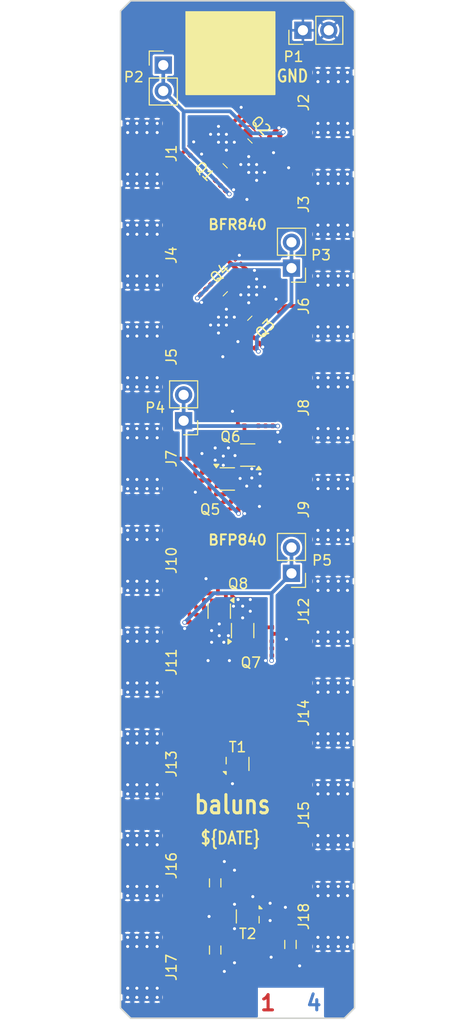
<source format=kicad_pcb>
(kicad_pcb (version 20241229) (generator "pcbnew") (generator_version "9.0")
  (title_block (title "${TITLE}") (date "${DATE}") (rev "${VERSION}") (company "${COPYRIGHT}") (comment 1 "${LICENSE}"))
  (layers (0 "F.Cu" signal "C1F.Cu") (4 "In1.Cu" signal "C2.Cu") (6 "In2.Cu" signal "C3.Cu") (2 "B.Cu" signal "C4B.Cu") (13 "F.Paste" user) (15 "B.Paste" user) (5 "F.SilkS" user "F.Silkscreen") (7 "B.SilkS" user "B.Silkscreen") (1 "F.Mask" user) (3 "B.Mask" user) (25 "Edge.Cuts" user))
  (property "COPYRIGHT" "Copyright 2012-2025 Great Scott Gadgets")
  (property "DATE" "2025-05-13")
  (property "LICENSE" "Licensed under the CERN-OHL-P v2")
  (property "TITLE" "baluns")
  (property "VERSION" "0.1.0")
  (net 0 "")
  (net 1 "GND")
  (net 2 "Net-(J1-In)")
  (net 3 "Net-(J2-In)")
  (net 4 "Net-(J6-In)")
  (net 5 "Net-(C22-Pad2)")
  (net 6 "Net-(C7-Pad1)")
  (net 7 "Net-(C8-Pad1)")
  (net 8 "Net-(C9-Pad1)")
  (net 9 "Net-(J5-In)")
  (net 10 "Net-(Q1-C)")
  (net 11 "Net-(Q1-B)")
  (net 12 "Net-(Q2-B)")
  (net 13 "Net-(C11-Pad1)")
  (net 14 "Net-(L14-Pad1)")
  (net 15 "Net-(C12-Pad2)")
  (net 16 "Net-(C45-Pad1)")
  (net 17 "Net-(C13-Pad2)")
  (net 18 "Net-(C46-Pad1)")
  (net 19 "Net-(C20-Pad1)")
  (net 20 "Net-(C21-Pad1)")
  (net 21 "Net-(Q2-C)")
  (net 22 "Net-(L1-Pad2)")
  (net 23 "Net-(L2-Pad2)")
  (net 24 "Net-(Q1-E)")
  (net 25 "Net-(C19-Pad2)")
  (net 26 "Net-(L10-Pad1)")
  (net 27 "Net-(Q3-E)")
  (net 28 "Net-(R19-Pad2)")
  (net 29 "Net-(R27-Pad2)")
  (net 30 "Net-(Q3-B)")
  (net 31 "Net-(R13-Pad2)")
  (net 32 "Net-(J8-In)")
  (net 33 "Net-(R20-Pad2)")
  (net 34 "Net-(C21-Pad2)")
  (net 35 "Net-(J9-In)")
  (net 36 "Net-(Q4-B)")
  (net 37 "Net-(C23-Pad1)")
  (net 38 "Net-(C24-Pad1)")
  (net 39 "Net-(Q5-B)")
  (net 40 "Net-(C25-Pad1)")
  (net 41 "Net-(Q6-B)")
  (net 42 "Net-(C27-Pad1)")
  (net 43 "Net-(C28-Pad2)")
  (net 44 "Net-(L3-Pad1)")
  (net 45 "Net-(L4-Pad1)")
  (net 46 "Net-(Q5-E)")
  (net 47 "Net-(R36-Pad2)")
  (net 48 "Net-(R42-Pad2)")
  (net 49 "Net-(J3-In)")
  (net 50 "Net-(R47-Pad2)")
  (net 51 "Net-(R49-Pad2)")
  (net 52 "Net-(R40-Pad2)")
  (net 53 "Net-(R46-Pad2)")
  (net 54 "Net-(Q4-C)")
  (net 55 "Net-(Q3-C)")
  (net 56 "Net-(J4-In)")
  (net 57 "Net-(C6-Pad1)")
  (net 58 "Net-(J11-In)")
  (net 59 "Net-(J12-In)")
  (net 60 "Net-(C35-Pad1)")
  (net 61 "Net-(C36-Pad1)")
  (net 62 "Net-(Q8-B)")
  (net 63 "Net-(C37-Pad1)")
  (net 64 "Net-(C39-Pad1)")
  (net 65 "Net-(Q7-B)")
  (net 66 "Net-(C41-Pad2)")
  (net 67 "Net-(L5-Pad2)")
  (net 68 "Net-(L6-Pad2)")
  (net 69 "Net-(Q7-E)")
  (net 70 "Net-(R17-Pad2)")
  (net 71 "Net-(R62-Pad2)")
  (net 72 "Net-(R69-Pad2)")
  (net 73 "Net-(R72-Pad2)")
  (net 74 "Net-(C9-Pad2)")
  (net 75 "Net-(C11-Pad2)")
  (net 76 "Net-(C37-Pad2)")
  (net 77 "Net-(C39-Pad2)")
  (net 78 "Net-(J7-In)")
  (net 79 "Net-(J10-In)")
  (net 80 "Net-(R78-Pad2)")
  (net 81 "Net-(T1-GND)")
  (net 82 "Net-(J13-In)")
  (net 83 "Net-(J14-In)")
  (net 84 "Net-(J15-In)")
  (net 87 "Net-(T2-GND)")
  (net 88 "Net-(C47-Pad1)")
  (net 89 "Net-(C47-Pad2)")
  (net 90 "Net-(C48-Pad2)")
  (net 91 "Net-(C48-Pad1)")
  (net 92 "Net-(C49-Pad1)")
  (net 93 "Net-(C49-Pad2)")
  (net 94 "Net-(J16-In)")
  (net 95 "Net-(J17-In)")
  (net 96 "Net-(J18-In)")
  (net 99 "Net-(L8-Pad2)")
  (net 100 "Net-(L11-Pad2)")
  (net 101 "Net-(L13-Pad2)")
  (net 102 "Net-(P2-Pin_1)")
  (net 103 "Net-(P4-Pin_1)")
  (net 104 "Net-(P5-Pin_1)")
  (net 105 "Net-(P3-Pin_1)")
  (footprint "sma-variants:SMA-EDGE-1.3mm-pad-1.05mm-gap-2.6mm-keepout" (layer "F.Cu") (at 153 75 180)
    (property "Reference" "J2")
    (property "Value" "CONN_COAXIAL")
  )
  (footprint "sma-variants:SMA-EDGE-1.3mm-pad-1.05mm-gap-2.6mm-keepout" (layer "F.Cu") (at 130 80)
    (property "Reference" "J1")
    (property "Value" "CONN_COAXIAL")
  )
  (footprint "Connector_PinHeader_2.54mm:PinHeader_1x02_P2.54mm_Vertical" (layer "F.Cu") (at 147.925 67.9 90)
    (property "Reference" "P1")
    (property "Value" "Conn_01x02" (hide yes))
  )
  (footprint "Connector_PinHeader_2.54mm:PinHeader_1x02_P2.54mm_Vertical" (layer "F.Cu") (at 134.2 71.325)
    (property "Reference" "P2")
    (property "Value" "Conn_01x02" (hide yes))
  )
  (footprint "Resistor_SMD:R_0201_0603Metric" (layer "F.Cu") (at 140.050431 82.934493 45)
    (property "Reference" "R49" (hide yes))
    (property "Value" "0" (hide yes))
  )
  (footprint "Resistor_SMD:R_0201_0603Metric" (layer "F.Cu") (at 140.5 154.15 -90)
    (property "Reference" "R71" (hide yes))
    (property "Value" "220" (hide yes))
  )
  (footprint "Capacitor_SMD:C_0201_0603Metric" (layer "F.Cu") (at 142.525305 83.429468 -135)
    (property "Reference" "C19" (hide yes))
    (property "Value" "1 uF" (hide yes))
  )
  (footprint "Capacitor_SMD:C_0201_0603Metric" (layer "F.Cu") (at 142.5 153.35 -90)
    (property "Reference" "C44" (hide yes))
    (property "Value" "1 uF" (hide yes))
  )
  (footprint "Resistor_SMD:R_0201_0603Metric" (layer "F.Cu") (at 144.399138 94.434315 135)
    (property "Reference" "R48" (hide yes))
    (property "Value" "0" (hide yes))
  )
  (footprint "Capacitor_SMD:C_0201_0603Metric" (layer "F.Cu") (at 141.075736 90.615938 45)
    (property "Reference" "C18" (hide yes))
    (property "Value" "0.3 pF" (hide yes))
  )
  (footprint "Resistor_SMD:R_0201_0603Metric" (layer "F.Cu") (at 144.929468 81.025305 -135)
    (property "Reference" "R33" (hide yes))
    (property "Value" "0" (hide yes))
  )
  (footprint "Resistor_SMD:R_0201_0603Metric" (layer "F.Cu") (at 144.434493 78.550431 -135)
    (property "Reference" "R47" (hide yes))
    (property "Value" "0" (hide yes))
  )
  (footprint "sma-variants:SMA-EDGE-1.3mm-pad-1.05mm-gap-2.6mm-keepout" (layer "F.Cu") (at 153 105 180)
    (property "Reference" "J8")
    (property "Value" "CONN_COAXIAL")
  )
  (footprint "Capacitor_SMD:C_0201_0603Metric" (layer "F.Cu") (at 143.9 108.15)
    (property "Reference" "C9" (hide yes))
    (property "Value" "1 uF" (hide yes))
  )
  (footprint "sma-variants:SMA-EDGE-1.3mm-pad-1.05mm-gap-2.6mm-keepout" (layer "F.Cu") (at 153 85 180)
    (property "Reference" "J3")
    (property "Value" "CONN_COAXIAL")
  )
  (footprint "eval:TSLP-3-9" (layer "F.Cu") (at 140.792893 94.292893 -45)
    (property "Reference" "Q4")
    (property "Value" "BFR840" (hide yes))
  )
  (footprint "Capacitor_SMD:C_0201_0603Metric" (layer "F.Cu") (at 144.95 107.1 90)
    (property "Reference" "C32" (hide yes))
    (property "Value" "1 uF" (hide yes))
  )
  (footprint "Capacitor_SMD:C_0201_0603Metric" (layer "F.Cu") (at 136.585608 79.46967 45)
    (property "Reference" "C3" (hide yes))
    (property "Value" "0.3 pF" (hide yes))
  )
  (footprint "Resistor_SMD:R_0201_0603Metric" (layer "F.Cu") (at 142.45 128.65)
    (property "Reference" "R76" (hide yes))
    (property "Value" "470" (hide yes))
  )
  (footprint "Connector_PinHeader_2.54mm:PinHeader_1x02_P2.54mm_Vertical" (layer "F.Cu") (at 146.8 121.275 180)
    (property "Reference" "P5")
    (property "Value" "Conn_01x02" (hide yes))
  )
  (footprint "sma-variants:SMA-EDGE-1.3mm-pad-1.05mm-gap-2.6mm-keepout" (layer "F.Cu") (at 130 160)
    (property "Reference" "J17")
    (property "Value" "CONN_COAXIAL")
  )
  (footprint "Resistor_SMD:R_0201_0603Metric" (layer "F.Cu") (at 141.008561 95.491439 45)
    (property "Reference" "R41" (hide yes))
    (property "Value" "82" (hide yes))
  )
  (footprint "Capacitor_SMD:C_0201_0603Metric" (layer "F.Cu") (at 143.444544 79.540381 -135)
    (property "Reference" "C45" (hide yes))
    (property "Value" "1 uF" (hide yes))
  )
  (footprint "Resistor_SMD:R_0201_0603Metric" (layer "F.Cu") (at 142.25 111.5 90)
    (property "Reference" "R28" (hide yes))
    (property "Value" "82" (hide yes))
  )
  (footprint "Resistor_SMD:R_0201_0603Metric" (layer "F.Cu") (at 140.050431 81.449569 -45)
    (property "Reference" "R7" (hide yes))
    (property "Value" "470" (hide yes))
  )
  (footprint "eval:TSLP-3-9" (layer "F.Cu") (at 142.207107 95.707107 135)
    (property "Reference" "Q3")
    (property "Value" "BFR840" (hide yes))
  )
  (footprint "Resistor_SMD:R_0201_0603Metric" (layer "F.Cu") (at 140.85 114.55 90)
    (property "Reference" "R56" (hide yes))
    (property "Value" "0" (hide yes))
  )
  (footprint "Capacitor_SMD:C_0201_0603Metric" (layer "F.Cu") (at 145.424443 81.52028 -135)
    (property "Reference" "C21" (hide yes))
    (property "Value" "1 uF" (hide yes))
  )
  (footprint "Resistor_SMD:R_0201_0603Metric" (layer "F.Cu") (at 138.05 112.45 -90)
    (property "Reference" "R21" (hide yes))
    (property "Value" "4.3k" (hide yes))
  )
  (footprint "Capacitor_SMD:C_0201_0603Metric" (layer "F.Cu") (at 144.8 156.7 -90)
    (property "Reference" "C49" (hide yes))
    (property "Value" "1 uF" (hide yes))
  )
  (footprint "Resistor_SMD:R_0201_0603Metric" (layer "F.Cu") (at 142.419239 98.394113 135)
    (property "Reference" "R42" (hide yes))
    (property "Value" "0" (hide yes))
  )
  (footprint "sma-variants:SMA-EDGE-1.3mm-pad-1.05mm-gap-2.6mm-keepout" (layer "F.Cu") (at 153 95 180)
    (property "Reference" "J6")
    (property "Value" "CONN_COAXIAL")
  )
  (footprint "sma-variants:SMA-EDGE-1.3mm-pad-1.05mm-gap-2.6mm-keepout" (layer "F.Cu") (at 130 100)
    (property "Reference" "J5")
    (property "Value" "CONN_COAXIAL")
  )
  (footprint "Resistor_SMD:R_0201_0603Metric" (layer "F.Cu") (at 140.085786 93.585786 -135)
    (property "Reference" "R39" (hide yes))
    (property "Value" "300" (hide yes))
  )
  (footprint "Capacitor_SMD:C_0201_0603Metric" (layer "F.Cu") (at 138.2 123.6 90)
    (property "Reference" "C37" (hide yes))
    (property "Value" "1 uF" (hide yes))
  )
  (footprint "Capacitor_SMD:C_0201_0603Metric" (layer "F.Cu") (at 141.075736 93.090812 -45)
    (property "Reference" "C25" (hide yes))
    (property "Value" "1 uF" (hide yes))
  )
  (footprint "Resistor_SMD:R_0201_0603Metric" (layer "F.Cu") (at 141.994975 94.505025 -135)
    (property "Reference" "R54" (hide yes))
    (property "Value" "82" (hide yes))
  )
  (footprint "Inductor_SMD:L_0201_0603Metric" (layer "F.Cu") (at 143.5 126.9 90)
    (property "Reference" "L6" (hide yes))
    (property "Value" "5.6 nH" (hide yes))
  )
  (footprint "Resistor_SMD:R_0201_0603Metric" (layer "F.Cu") (at 141.570711 92.595837 135)
    (property "Reference" "R37" (hide yes))
    (property "Value" "4.3k" (hide yes))
  )
  (footprint "Connector_PinHeader_2.54mm:PinHeader_1x02_P2.54mm_Vertical" (layer "F.Cu") (at 146.8 91.275 180)
    (property "Reference" "P3")
    (property "Value" "Conn_01x02" (hide yes))
  )
  (footprint "Resistor_SMD:R_0201_0603Metric" (layer "F.Cu") (at 141.55 125.15 180)
    (property "Reference" "R68" (hide yes))
    (property "Value" "82" (hide yes))
  )
  (footprint "Capacitor_SMD:C_0201_0603Metric" (layer "F.Cu") (at 144.55 129.35)
    (property "Reference" "C40" (hide yes))
    (property "Value" "1 uF" (hide yes))
  )
  (footprint "Resistor_SMD:R_0201_0603Metric" (layer "F.Cu") (at 140.5 152.75 -90)
    (property "Reference" "R75" (hide yes))
    (property "Value" "6.8k" (hide yes))
  )
  (footprint "Resistor_SMD:R_0201_0603Metric" (layer "F.Cu") (at 142.914214 97.899138 135)
    (property "Reference" "R50" (hide yes))
    (property "Value" "0" (hide yes))
  )
  (footprint "Resistor_SMD:R_0201_0603Metric" (layer "F.Cu") (at 141.2 158.65 90)
    (property "Reference" "R59" (hide yes))
    (property "Value" "220" (hide yes))
  )
  (footprint "Resistor_SMD:R_0201_0603Metric" (layer "F.Cu") (at 144.25 109.2 90)
    (property "Reference" "R16" (hide yes))
    (property "Value" "300" (hide yes))
  )
  (footprint "Resistor_SMD:R_0201_0603Metric" (layer "F.Cu") (at 141.535355 82.439518 -135)
    (property "Reference" "R8" (hide yes))
    (property "Value" "220" (hide yes))
  )
  (footprint "Capacitor_SMD:C_0201_0603Metric" (layer "F.Cu") (at 139.944365 98.889087 135)
    (property "Reference" "C23" (hide yes))
    (property "Value" "1 uF" (hide yes))
  )
  (footprint "sma-variants:SMA-EDGE-1.3mm-pad-1.05mm-gap-2.6mm-keepout" (layer "F.Cu") (at 130 110)
    (property "Reference" "J7")
    (property "Value" "CONN_COAXIAL")
  )
  (footprint "eval:TSLP-3-9" (layer "F.Cu") (at 140.775216 80.724784 45)
    (property "Reference" "Q1")
    (property "Value" "BFR840" (hide yes))
  )
  (footprint "eval:SOT-343-4-3" (layer "F.Cu") (at 142 126.9 90)
    (property "Reference" "Q7")
    (property "Value" "BFP840ESD" (hide yes))
  )
  (footprint "Capacitor_SMD:C_0201_0603Metric" (layer "F.Cu") (at 138.105887 94.080761 135)
    (property "Reference" "C31" (hide yes))
    (property "Value" "1 uF" (hide yes))
  )
  (footprint "Inductor_SMD:L_0805_2012Metric" (layer "F.Cu") (at 139.3 151.7 90)
    (property "Reference" "L11" (hide yes))
    (property "Value" "L" (hide yes))
  )
  (footprint "Resistor_SMD:R_0201_0603Metric" (layer "F.Cu") (at 139.095837 93.090812 -45)
    (property "Reference" "R36" (hide yes))
    (property "Value" "0" (hide yes))
  )
  (footprint "Capacitor_SMD:C_0201_0603Metric" (layer "F.Cu") (at 141.570711 91.110913 -135)
    (property "Reference" "C24" (hide yes))
    (property "Value" "1 uF" (hide yes))
  )
  (footprint "Capacitor_SMD:C_0201_0603Metric" (layer "F.Cu") (at 143.5 128.3 -90)
    (property "Reference" "C39" (hide yes))
    (property "Value" "1 uF" (hide yes))
  )
  (footprint "Resistor_SMD:R_0201_0603Metric" (layer "F.Cu") (at 141.464645 77.560482 45)
    (property "Reference" "R5" (hide yes))
    (property "Value" "200" (hide yes))
  )
  (footprint "Capacitor_SMD:C_0201_0603Metric" (layer "F.Cu") (at 141.5 141.65 90)
    (property "Reference" "C42" (hide yes))
    (property "Value" "1 uF" (hide yes))
  )
  (footprint "Resistor_SMD:R_0201_0603Metric" (layer "F.Cu") (at 145.5 155.3 90)
    (property "Reference" "R80" (hide yes))
    (property "Value" "220" (hide yes))
  )
  (footprint "Resistor_SMD:R_0201_0603Metric" (layer "F.Cu") (at 142.03033 82.934493 45)
    (property "Reference" "R52" (hide yes))
    (property "Value" "0" (hide yes))
  )
  (footprint "sma-variants:SMA-EDGE-1.3mm-pad-1.05mm-gap-2.6mm-keepout" (layer "F.Cu") (at 153 155 180)
    (property "Reference" "J18")
    (property "Value" "CONN_COAXIAL")
  )
  (footprint "RF_Converter:Anaren_0805_2012Metric-6" (layer "F.Cu") (at 142.5 155 -90)
    (property "Reference" "T2")
    (property "Value" "B0310J50100AHF" (hide yes))
  )
  (footprint "Inductor_SMD:L_0805_2012Metric" (layer "F.Cu") (at 139.3 158.3 -90)
    (property "Reference" "L8" (hide yes))
    (property "Value" "L" (hide yes))
  )
  (footprint "sma-variants:SMA-EDGE-1.3mm-pad-1.05mm-gap-2.6mm-keepout" (layer "F.Cu") (at 153 115 180)
    (property "Reference" "J9")
    (property "Value" "CONN_COAXIAL")
  )
  (footprint "Resistor_SMD:R_0201_0603Metric" (layer "F.Cu") (at 140.96967 77.065507 -135)
    (property "Reference" "R53" (hide yes))
    (property "Value" "43" (hide yes))
  )
  (footprint "Resistor_SMD:R_0201_0603Metric" (layer "F.Cu") (at 137.85 126.05 180)
    (property "Reference" "R70" (hide yes))
    (property "Value" "200" (hide yes))
  )
  (footprint "Connector_PinHeader_2.54mm:PinHeader_1x02_P2.54mm_Vertical" (layer "F.Cu") (at 136.2 106.275 180)
    (property "Reference" "P4")
    (property "Value" "Conn_01x02" (hide yes))
  )
  (footprint "Resistor_SMD:R_0201_0603Metric" (layer "F.Cu") (at 144.8 158.1 90)
    (property "Reference" "R83" (hide yes))
    (property "Value" "220" (hide yes))
  )
  (footprint "Resistor_SMD:R_0201_0603Metric" (layer "F.Cu") (at 140.75 110.15 -90)
    (property "Reference" "R58" (hide yes))
    (property "Value" "82" (hide yes))
  )
  (footprint "Resistor_SMD:R_0201_0603Metric" (layer "F.Cu") (at 144.95 110.6 90)
    (property "Reference" "R12" (hide yes))
    (property "Value" "0" (hide yes))
  )
  (footprint "Resistor_SMD:R_0201_0603Metric" (layer "F.Cu") (at 140.934315 97.899138 135)
    (property "Reference" "R44" (hide yes))
    (property "Value" "2.4k" (hide yes))
  )
  (footprint "RF_Converter:Anaren_0805_2012Metric-6" (layer "F.Cu") (at 141.5 140 90)
    (property "Reference" "T1")
    (property "Value" "B0310J50100AHF" (hide yes))
  )
  (footprint "Resistor_SMD:R_0201_0603Metric" (layer "F.Cu") (at 140.15 114.55 90)
    (property "Reference" "R20" (hide yes))
    (property "Value" "0" (hide yes))
  )
  (footprint "Resistor_SMD:R_0201_0603Metric" (layer "F.Cu") (at 137.7 111.4 180)
    (property "Reference" "R11" (hide yes))
    (property "Value" "0" (hide yes))
  )
  (footprint "Inductor_SMD:L_0201_0603Metric" (layer "F.Cu") (at 143.409188 95.424264 135)
    (property "Reference" "L4" (hide yes))
    (property "Value" "5.6 nH" (hide yes))
  )
  (footprint "Resistor_SMD:R_0201_0603Metric" (layer "F.Cu") (at 144.25 107.1 -90)
    (property "Reference" "R13" (hide yes))
    (property "Value" "0" (hide yes))
  )
  (footprint "Resistor_SMD:R_0201_0603Metric" (layer "F.Cu") (at 139.95 121.85 180)
    (property "Reference" "R61" (hide yes))
    (property "Value" "0" (hide yes))
  )
  (footprint "Capacitor_SMD:C_0201_0603Metric" (layer "F.Cu") (at 146.3 126.9 -90)
    (property "Reference" "C43" (hide yes))
    (property "Value" "0.3 pF" (hide yes))
  )
  (footprint "Resistor_SMD:R_0201_0603Metric" (layer "F.Cu") (at 142.25 113.85 90)
    (property "Reference" "R26" (hide yes))
    (property "Value" "0" (hide yes))
  )
  (footprint "Capacitor_SMD:C_0201_0603Metric" (layer "F.Cu") (at 137.080583 79.964645 -135)
    (property "Reference" "C20" (hide yes))
    (property "Value" "1 uF" (hide yes))
  )
  (footprint "Resistor_SMD:R_0201_0603Metric" (layer "F.Cu") (at 137.35 112.45 90)
    (property "Reference" "R22" (hide yes))
    (property "Value" "2.4k" (hide yes))
  )
  (footprint "Capacitor_SMD:C_0201_0603Metric" (layer "F.Cu") (at 143.65 113.85 -90)
    (property "Reference" "C14" (hide yes))
    (property "Value" "0.3 pF" (hide yes))
  )
  (footprint "Capacitor_SMD:C_0201_0603Metric" (layer "F.Cu") (at 145.884062 94.929289 135)
    (property "Reference" "C30" (hide yes))
    (property "Value" "0.3 pF" (hide yes))
  )
  (footprint "Inductor_SMD:L_0201_0603Metric" (layer "F.Cu") (at 139.8 155.85 -90)
    (property "Reference" "L7" (hide yes))
    (property "Value" "L" (hide yes))
  )
  (footprint "Capacitor_SMD:C_0201_0603Metric" (layer "F.Cu") (at 141.2 152.75 90)
    (property "Reference" "C48" (hide yes))
    (property "Value" "1 uF" (hide yes))
  )
  (footprint "Resistor_SMD:R_0201_0603Metric" (layer "F.Cu") (at 137.15 125.35)
    (property "Reference" "R69" (hide yes))
    (property "Value" "0" (hide yes))
  )
  (footprint "Resistor_SMD:R_0201_0603Metric" (layer "F.Cu") (at 141.4 129 -90)
    (property "Reference" "R73" (hide yes))
    (property "Value" "4.3k" (hide yes))
  )
  (footprint "Resistor_SMD:R_0201_0603Metric" (layer "F.Cu") (at 144.55 127.95 180)
    (property "Reference" "R78" (hide yes))
    (property "Value" "0" (hide yes))
  )
  (footprint "Resistor_SMD:R_0201_0603Metric" (layer "F.Cu") (at 140.65 123.25 180)
    (property "Reference" "R64" (hide yes))
    (property "Value" "2.4k" (hide yes))
  )
  (footprint "eval:TSLP-3-9" (layer "F.Cu") (at 142.224784 79.275216 -135)
    (property "Reference" "Q2")
    (property "Value" "BFR840" (hide yes))
  )
  (footprint "Capacitor_SMD:C_0201_0603Metric" (layer "F.Cu") (at 140.545406 83.429468 -135)
    (property "Reference" "C29" (hide yes))
    (property "Value" "1 uF" (hide yes))
  )
  (footprint "Resistor_SMD:R_0201_0603Metric" (layer "F.Cu") (at 138.75 112.45 -90)
    (property "Reference" "R23" (hide yes))
    (property "Value" "470" (hide yes))
  )
  (footprint "Resistor_SMD:R_0201_0603Metric" (layer "F.Cu") (at 145.5 156.7 90)
    (property "Reference" "R82" (hide yes))
    (property "Value" "6.8k" (hide yes))
  )
  (footprint "Resistor_SMD:R_0201_0603Metric" (layer "F.Cu") (at 139.095837 95.070711 135)
    (property "Reference" "R40" (hide yes))
    (property "Value" "200" (hide yes))
  )
  (footprint "Capacitor_SMD:C_0201_0603Metric" (layer "F.Cu") (at 138.9 121.5 -90)
    (property "Reference" "C34" (hide yes))
    (property "Value" "0.3 pF" (hide yes))
  )
  (footprint "eval:SOT-343-4-3" (layer "F.Cu") (at 142.5 109.65 180)
    (property "Reference" "Q6")
    (property "Value" "BFP840ESD" (hide yes))
  )
  (footprint "Inductor_SMD:L_0805_2012Metric" (layer "F.Cu") (at 146.7 157.75 -90)
    (property "Reference" "L13" (hide yes))
    (property "Value" "L" (hide yes))
  )
  (footprint "Resistor_SMD:R_0201_0603Metric" (layer "F.Cu") (at 140.43934 98.394113 135)
    (property "Reference" "R30" (hide yes))
    (property "Value" "0" (hide yes))
  )
  (footprint "Resistor_SMD:R_0201_0603Metric" (layer "F.Cu") (at 141.2 151.35 -90)
    (property "Reference" "R77" (hide yes))
    (property "Value" "220" (hide yes))
  )
  (footprint "Inductor_SMD:L_0201_0603Metric" (layer "F.Cu") (at 140.5 113.5)
    (property "Reference" "L2" (hide yes))
    (property "Value" "5.6 nH" (hide yes))
  )
  (footprint "Capacitor_SMD:C_0201_0603Metric" (layer "F.Cu") (at 139.3 129 90)
    (property "Reference" "C35" (hide yes))
    (property "Value" "1 uF" (hide yes))
  )
  (footprint "sma-variants:SMA-EDGE-1.3mm-pad-1.05mm-gap-2.6mm-keepout" (layer "F.Cu") (at 153 145 180)
    (property "Reference" "J15")
    (property "Value" "CONN_COAXIAL")
  )
  (footprint "Resistor_SMD:R_0201_0603Metric" (layer "F.Cu") (at 146.7 159.85)
    (property "Reference" "R86" (hide yes))
    (property "Value" "0" (hide yes))
  )
  (footprint "Resistor_SMD:R_0201_0603Metric" (layer "F.Cu") (at 142.065685 91.605887 -135)
    (property "Reference" "R31" (hide yes))
    (property "Value" "0" (hide yes))
  )
  (footprint "Resistor_SMD:R_0201_0603Metric" (layer "F.Cu") (at 140.5 157.25 90)
    (property "Reference" "R18" (hide yes))
    (property "Value" "6.8k" (hide yes))
  )
  (footprint "Resistor_SMD:R_0201_0603Metric" (layer "F.Cu") (at 144.434493 80.53033 -135)
    (property "Reference" "R2" (hide yes))
    (property "Value" "2.4k" (hide yes))
  )
  (footprint "Capacitor_SMD:C_0201_0603Metric" (layer "F.Cu") (at 136.8 126.4 90)
    (property "Reference" "C38" (hide yes))
    (property "Value" "1 uF" (hide yes))
  )
  (footprint "Resistor_SMD:R_0201_0603Metric" (layer "F.Cu") (at 144.25 110.6 90)
    (property "Reference" "R15" (hide yes))
    (property "Value" "2.4k" (hide yes))
  )
  (footprint "Resistor_SMD:R_0201_0603Metric" (layer "F.Cu") (at 141.55 113.85 -90)
    (property "Reference" "R24" (hide yes))
    (property "Value" "220" (hide yes))
  )
  (footprint "Resistor_SMD:R_0201_0603Metric" (layer "F.Cu") (at 144.95 109.2 90)
    (property "Reference" "R14" (hide yes))
    (property "Value" "4.3k" (hide yes))
  )
  (footprint "Resistor_SMD:R_0201_0603Metric" (layer "F.Cu") (at 142.914214 96.414214 45)
    (property "Reference" "R45" (hide yes))
    (property "Value" "470" (hide yes))
  )
  (footprint "Capacitor_SMD:C_0201_0603Metric" (layer "F.Cu") (at 143.02028 83.924443 -135)
    (property "Reference" "C1" (hide yes))
    (property "Value" "0.3 pF" (hide yes))
  )
  (footprint "Resistor_SMD:R_0201_0603Metric" (layer "F.Cu") (at 144.929468 79.045406 -135)
    (property "Reference" "R19" (hide yes))
    (property "Value" "0" (hide yes))
  )
  (footprint "Capacitor_SMD:C_0201_0603Metric" (layer "F.Cu") (at 139.1 113.5 180)
    (property "Reference" "C11" (hide yes))
    (property "Value" "1 uF" (hide yes))
  )
  (footprint "sma-variants:SMA-EDGE-1.3mm-pad-1.05mm-gap-2.6mm-keepout" (layer "F.Cu") (at 153 135 180)
    (property "Reference" "J14")
    (property "Value" "CONN_COAXIAL")
  )
  (footprint "sma-variants:SMA-EDGE-1.3mm-pad-1.05mm-gap-2.6mm-keepout" (layer "F.Cu") (at 130 140)
    (property "Reference" "J13")
    (property "Value" "CONN_COAXIAL")
  )
  (footprint "Capacitor_SMD:C_0201_0603Metric" (layer "F.Cu") (at 141.85 105.35 180)
    (property "Reference" "C15" (hide yes))
    (property "Value" "0.3 pF" (hide yes))
  )
  (footprint "Capacitor_SMD:C_0201_0603Metric" (layer "F.Cu") (at 145.919417 82.015254 45)
    (property "Reference" "C4" (hide yes))
    (property "Value" "0.3 pF" (hide yes))
  )
  (footprint "Capacitor_SMD:C_0201_0603Metric" (layer "F.Cu") (at 141.9 114.9 180)
    (property "Reference" "C10" (hide yes))
    (property "Value" "1 uF" (hide yes))
  )
  (footprint "Resistor_SMD:R_0201_0603Metric" (layer "F.Cu") (at 144.55 128.65 180)
    (property "Reference" "R72" (hide yes))
    (property "Value" "0" (hide yes))
  )
  (footprint "Capacitor_SMD:C_0201_0603Metric" (layer "F.Cu") (at 145.6 126.9 -90)
    (property "Reference" "C41" (hide yes))
    (property "Value" "1 uF" (hide yes))
  )
  (footprint "Capacitor_SMD:C_0201_0603Metric" (layer "F.Cu") (at 145.65 109.2 90)
    (property "Reference" "C6" (hide yes))
    (property "Value" "0.3 pF" (hide yes))
  )
  (footprint "Capacitor_SMD:C_0201_0603Metric" (layer "F.Cu") (at 138.6 129 -90)
    (property "Reference" "C33" (hide yes))
    (property "Value" "0.3 pF" (hide yes))
  )
  (footprint "Capacitor_SMD:C_0201_0603Metric" (layer "F.Cu") (at 142.95 113.85 -90)
    (property "Reference" "C12" (hide yes))
    (property "Value" "1 uF" (hide yes))
  )
  (footprint "Inductor_SMD:L_0201_0603Metric" (layer "F.Cu") (at 138.2 125 -90)
    (property "Reference" "L5" (hide yes))
    (property "Value" "18 nH" (hide yes))
  )
  (footprint "Resistor_SMD:R_0201_0603Metric" (layer "F.Cu") (at 141.429289 97.404163 -45)
    (property "Reference" "R43" (hide yes))
    (property "Value" "4.3k" (hide yes))
  )
  (footprint "Capacitor_SMD:C_0201_0603Metric" (layer "F.Cu") (at 143.409188 98.889087 -135)
    (property "Reference" "C26" (hide yes))
    (property "Value" "1 uF" (hide yes))
  )
  (footprint "Resistor_SMD:R_0201_0603Metric" (layer "F.Cu") (at 141.85 106.75)
    (property "Reference" "R25" (hide yes))
    (property "Value" "43" (hide yes))
  )
  (footprint "Capacitor_SMD:C_0201_0603Metric" (layer "F.Cu") (at 141.959619 76.570532 135)
    (property "Reference" "C22" (hide yes))
    (property "Value" "1 uF" (hide yes))
  )
  (footprint "Capacitor_SMD:C_0201_0603Metric" (layer "F.Cu") (at 137.7 110)
    (property "Reference" "C5" (hide yes))
    (property "Value" "0.3 pF" (hide yes))
  )
  (footprint "sma-variants:SMA-EDGE-1.3mm-pad-1.05mm-gap-2.6mm-keepout" (layer "F.Cu") (at 153 125 180)
    (property "Reference" "J12")
    (property "Value" "CONN_COAXIAL")
  )
  (footprint "Capacitor_SMD:C_0201_0603Metric" (layer "F.Cu") (at 145.65 110.6 90)
    (property "Reference" "C8" (hide yes))
    (property "Value" "1 uF" (hide yes))
  )
  (footprint "Inductor_SMD:L_0201_0603Metric" (layer "F.Cu") (at 141.959619 78.055456 -135)
    (property "Reference" "L10" (hide yes))
    (property "Value" "18 nH" (hide yes))
  )
  (footprint "Resistor_SMD:R_0201_0603Metric" (layer "F.Cu") (at 141.994975 80.494975 135)
    (property "Reference" "R35" (hide yes))
    (property "Value" "82" (hide yes))
  )
  (footprint "Inductor_SMD:L_0201_0603Metric" (layer "F.Cu") (at 141.040381 81.944544 45)
    (property "Reference" "L14" (hide yes))
    (property "Value" "5.6 nH" (hide yes))
  )
  (footprint "eval:SOT-343-4-3" (layer "F.Cu") (at 139.7 125 -90)
    (property "Reference" "Q8")
    (property "Value" "BFP840ESD" (hide yes))
  )
  (footprint "Capacitor_SMD:C_0201_0603Metric" (layer "F.Cu") (at 137.7 110.7 180)
    (property "Reference" "C7" (hide yes))
    (property "Value" "1 uF" (hide yes))
  )
  (footprint "Capacitor_SMD:C_0201_0603Metric" (layer "F.Cu") (at 145.424443 78.055456 -45)
    (property "Reference" "C17" (hide yes))
    (property "Value" "1 uF" (hide yes))
  )
  (footprint "Capacitor_SMD:C_0201_0603Metric" (layer "F.Cu") (at 145.389087 95.424264 135)
    (property "Reference" "C28" (hide yes))
    (property "Value" "1 uF" (hide yes))
  )
  (footprint "sma-variants:SMA-EDGE-1.3mm-pad-1.05mm-gap-2.6mm-keepout" (layer "F.Cu") (at 130 130)
    (property "Reference" "J11")
    (property "Value" "CONN_COAXIAL")
  )
  (footprint "Inductor_SMD:L_0201_0603Metric" (layer "F.Cu") (at 146.2 155.3 -90)
    (property "Reference" "L12" (hide yes))
    (property "Value" "L" (hide yes))
  )
  (footprint "Capacitor_SMD:C_0201_0603Metric" (layer "F.Cu") (at 139.555456 80.459619 45)
    (property "Reference" "C46" (hide yes))
    (property "Value" "1 uF" (hide yes))
  )
  (footprint "Capacitor_SMD:C_0201_0603Metric" (layer "F.Cu") (at 142.454594 76.075557 135)
    (property "Reference" "C2" (hide yes))
    (property "Value" "0.3 pF" (hide yes))
  )
  (footprint "Resistor_SMD:R_0201_0603Metric" (layer "F.Cu") (at 142.56066 92.100862 -135)
    (property "Reference" "R38" (hide yes))
    (property "Value" "2.4k" (hide yes))
  )
  (footprint "Resistor_SMD:R_0201_0603Metric" (layer "F.Cu") (at 140.15 126.75)
    (property "Reference" "R67" (hide yes))
    (property "Value" "82" (hide yes))
  )
  (footprint "Resistor_SMD:R_0201_0603Metric" (layer "F.Cu") (at 139.25 123.25 180)
    (property "Reference" "R66" (hide yes))
    (property "Value" "300" (hide yes))
  )
  (footprint "Resistor_SMD:R_0201_0603Metric" (layer "F.Cu") (at 143.939518 80.035355 45)
    (property "Reference" "R3" (hide yes))
    (property "Value" "4.3k" (hide yes))
  )
  (footprint "Resistor_SMD:R_0201_0603Metric" (layer "F.Cu") (at 143.904163 94.929289 -45)
    (property "Reference" "R46" (hide yes))
    (property "Value" "220" (hide yes))
  )
  (footprint "sma-variants:SMA-EDGE-1.3mm-pad-1.05mm-gap-2.6mm-keepout" (layer "F.Cu") (at 130 90)
    (property "Reference" "J4")
    (property "Value" "CONN_COAXIAL")
  )
  (footprint "Resistor_SMD:R_0201_0603Metric" (layer "F.Cu") (at 144.2 126.9 -90)
    (property "Reference" "R79" (hide yes))
    (property "Value" "220" (hide yes))
  )
  (footprint "Resistor_SMD:R_0201_0603Metric" (layer "F.Cu") (at 142.949569 78.550431 135)
    (property "Reference" "R4" (hide yes))
    (property "Value" "300" (hide yes))
  )
  (footprint "Resistor_SMD:R_0201_0603Metric" (layer "F.Cu") (at 139.555456 82.439518 45)
    (property "Reference" "R27" (hide yes))
    (property "Value" "0" (hide yes))
  )
  (footprint "sma-variants:SMA-EDGE-1.3mm-pad-1.05mm-gap-2.6mm-keepout" (layer "F.Cu") (at 130 150)
    (property "Reference" "J16")
    (property "Value" "CONN_COAXIAL")
  )
  (footprint "Resistor_SMD:R_0201_0603Metric" (layer "F.Cu") (at 139.3 160.4)
    (property "Reference" "R84" (hide yes))
    (property "Value" "0" (hide yes))
  )
  (footprint "Resistor_SMD:R_0201_0603Metric" (layer "F.Cu") (at 138.565507 79.46967 45)
    (property "Reference" "R9" (hide yes))
    (property "Value" "2.4k" (hide yes))
  )
  (footprint "Resistor_SMD:R_0201_0603Metric" (layer "F.Cu") (at 137.15 124.65)
    (property "Reference" "R62" (hide yes))
    (property "Value" "0" (hide yes))
  )
  (footprint "Resistor_SMD:R_0201_0603Metric" (layer "F.Cu") (at 141.005025 79.505025 -45)
    (property "Reference" "R1" (hide yes))
    (property "Value" "82" (hide yes))
  )
  (footprint "Resistor_SMD:R_0201_0603Metric" (layer "F.Cu") (at 138.600862 93.585786 -45)
    (property "Reference" "R51" (hide yes))
    (property "Value" "0" (hide yes))
  )
  (footprint "Inductor_SMD:L_0201_0603Metric" (layer "F.Cu") (at 139.8 154.15 90)
    (property "Reference" "L9" (hide yes))
    (property "Value" "L" (hide yes))
  )
  (footprint "Resistor_SMD:R_0201_0603Metric" (layer "F.Cu") (at 139.3 149.6)
    (property "Reference" "R85" (hide yes))
    (property "Value" "0" (hide yes))
  )
  (footprint "sma-variants:SMA-EDGE-1.3mm-pad-1.05mm-gap-2.6mm-keepout" (layer "F.Cu") (at 130 120)
    (property "Reference" "J10")
    (property "Value" "CONN_COAXIAL")
  )
  (footprint "Resistor_SMD:R_0201_0603Metric" (layer "F.Cu") (at 143.55 107.1 -90)
    (property "Reference" "R55" (hide yes))
    (property "Value" "0" (hide yes))
  )
  (footprint "Resistor_SMD:R_0201_0603Metric" (layer "F.Cu") (at 144.9 126.9 90)
    (property "Reference" "R81" (hide yes))
    (property "Value" "0" (hide yes))
  )
  (footprint "Inductor_SMD:L_0201_0603Metric" (layer "F.Cu") (at 142.5 108.15 180)
    (property "Reference" "L1" (hide yes))
    (property "Value" "18 nH" (hide yes))
  )
  (footprint "Resistor_SMD:R_0201_0603Metric" (layer "F.Cu") (at 139.060482 79.964645 -135)
    (property "Reference" "R6" (hide yes))
    (property "Value" "4.3k" (hide yes))
  )
  (footprint "Capacitor_SMD:C_0201_0603Metric" (layer "F.Cu") (at 141.2 157.25 -90)
    (property "Reference" "C47" (hide yes))
    (property "Value" "1 uF" (hide yes))
  )
  (footprint "Resistor_SMD:R_0201_0603Metric" (layer "F.Cu") (at 142.5 107.45)
    (property "Reference" "R17" (hide yes))
    (property "Value" "200" (hide yes))
  )
  (footprint "Resistor_SMD:R_0201_0603Metric" (layer "F.Cu") (at 140.5 155.85 90)
    (property "Reference" "R10" (hide yes))
    (property "Value" "220" (hide yes))
  )
  (footprint "Capacitor_SMD:C_0201_0603Metric" (layer "F.Cu") (at 139.44939 99.384062 -45)
    (property "Reference" "C16" (hide yes))
    (property "Value" "0.3 pF" (hide yes))
  )
  (footprint "Inductor_SMD:L_0201_0603Metric" (layer "F.Cu") (at 139.590812 94.575736 -45)
    (property "Reference" "L3" (hide yes))
    (property "Value" "18 nH" (hide yes))
  )
  (footprint "Capacitor_SMD:C_0201_0603Metric" (layer "F.Cu") (at 139.95 121.15 180)
    (property "Reference" "C36" (hide yes))
    (property "Value" "1 uF" (hide yes))
  )
  (footprint "Capacitor_SMD:C_0201_0603Metric" (layer "F.Cu") (at 141.85 106.05 180)
    (property "Reference" "C13" (hide yes))
    (property "Value" "1 uF" (hide yes))
  )
  (footprint "Resistor_SMD:R_0201_0603Metric" (layer "F.Cu") (at 138.070532 78.974695 45)
    (property "Reference" "R32" (hide yes))
    (property "Value" "0" (hide yes))
  )
  (footprint "Resistor_SMD:R_0201_0603Metric" (layer "F.Cu") (at 139.25 122.55 180)
    (property "Reference" "R63" (hide yes))
    (property "Value" "4.3k" (hide yes))
  )
  (footprint "Resistor_SMD:R_0201_0603Metric" (layer "F.Cu") (at 140.7 129 90)
    (property "Reference" "R74" (hide yes))
    (property "Value" "2.4k" (hide yes))
  )
  (footprint "Capacitor_SMD:C_0201_0603Metric" (layer "F.Cu") (at 141.924264 96.909188 135)
    (property "Reference" "C27" (hide yes))
    (property "Value" "1 uF" (hide yes))
  )
  (footprint "eval:SOT-343-4-3" (layer "F.Cu") (at 140.5 112)
    (property "Reference" "Q5")
    (property "Value" "BFP840ESD" (hide yes))
  )
  (footprint "Resistor_SMD:R_0201_0603Metric" (layer "F.Cu") (at 140 129 90)
    (property "Reference" "R60" (hide yes))
    (property "Value" "0" (hide yes))
  )
  (gr_rect (start 136.45 66.1) (end 145.15 74.2) (stroke (width 0.15)) (fill yes) (layer "F.SilkS"))
  (gr_line (start 131 165) (end 152 165) (stroke (width 0.15)) (layer "Edge.Cuts"))
  (gr_line (start 153 164) (end 153 66) (stroke (width 0.15)) (layer "Edge.Cuts"))
  (gr_line (start 130 66) (end 130 164) (stroke (width 0.15)) (layer "Edge.Cuts"))
  (gr_line (start 131 65) (end 152 65) (stroke (width 0.15)) (layer "Edge.Cuts"))
  (gr_line (start 130 164) (end 131 165) (stroke (width 0.15)) (layer "Edge.Cuts"))
  (gr_line (start 152 65) (end 153 66) (stroke (width 0.15)) (layer "Edge.Cuts"))
  (gr_line (start 152 165) (end 153 164) (stroke (width 0.15)) (layer "Edge.Cuts"))
  (gr_line (start 130 66) (end 131 65) (stroke (width 0.15)) (layer "Edge.Cuts"))
  (gr_text "1" (at 144.5 163.5 0) (layer "F.Cu") (effects (font (size 1.5 1.5) (thickness 0.3))))
  (gr_text "4" (at 149 163.5 0) (layer "B.Cu") (effects (font (size 1.5 1.5) (thickness 0.3))))
  (gr_text "GND" (at 146.9 72.4 0) (layer "F.SilkS") (effects (font (size 1.2 1) (thickness 0.2))))
  (gr_text "BFR840" (at 141.5 87 0) (layer "F.SilkS") (effects (font (size 1 1) (thickness 0.2) (bold yes))))
  (gr_text "${ISSUE_DATE}" (at 140.8 147.3 0) (layer "F.SilkS") (effects (font (size 1.2 1) (thickness 0.2))))
  (gr_text "BFP840" (at 141.5 118 0) (layer "F.SilkS") (effects (font (size 1 1) (thickness 0.2) (bold yes))))
  (gr_text "${TITLE}" (at 141 144 0) (layer "F.SilkS") (effects (font (size 1.8 1.5) (thickness 0.3))))
  (segment (start 138.42 121.82) (end 138.4 121.8) (width 0.36576) (layer "F.Cu") (net 1))
  (segment (start 143.635462 98.662813) (end 143.635462 98.691097) (width 0.36576) (layer "F.Cu") (net 1))
  (segment (start 141.48 141.95) (end 141 141.95) (width 0.36576) (layer "F.Cu") (net 1))
  (segment (start 142.22832 75.849283) (end 141.853553 75.474517) (width 0.36576) (layer "F.Cu") (net 1))
  (segment (start 145.657788 94.703015) (end 145.283021 94.328249) (width 0.36576) (layer "F.Cu") (net 1))
  (segment (start 139.62 160.4) (end 140.2 160.4) (width 0.127) (layer "F.Cu") (net 1))
  (segment (start 140.7 129.32) (end 140.7 129.85) (width 0.36576) (layer "F.Cu") (net 1))
  (segment (start 137.35 112.77) (end 137.35 113.3) (width 0.36576) (layer "F.Cu") (net 1))
  (segment (start 142.5 153.03) (end 142.52 153.05) (width 0.36576) (layer "F.Cu") (net 1))
  (segment (start 142.2 114.92) (end 142.2 115.4) (width 0.36576) (layer "F.Cu") (net 1))
  (segment (start 139.62 149.6) (end 140.2 149.6) (width 0.127) (layer "F.Cu") (net 1))
  (segment (start 141.2 158.97) (end 141.2 159.55) (width 0.127) (layer "F.Cu") (net 1))
  (segment (start 142.52 153.05) (end 143 153.05) (width 0.36576) (layer "F.Cu") (net 1))
  (segment (start 142.794005 84.150717) (end 142.419239 84.525483) (width 0.36576) (layer "F.Cu") (net 1))
  (segment (start 141.160589 98.125412) (end 141.535355 98.500179) (width 0.36576) (layer "F.Cu") (net 1))
  (segment (start 138.9 121.82) (end 138.42 121.82) (width 0.36576) (layer "F.Cu") (net 1))
  (segment (start 143.635462 98.691097) (end 143.974874 99.030509) (width 0.36576) (layer "F.Cu") (net 1))
  (segment (start 138.6 129.32) (end 138.6 129.85) (width 0.36576) (layer "F.Cu") (net 1))
  (segment (start 142.22 114.9) (end 142.2 114.92) (width 0.36576) (layer "F.Cu") (net 1))
  (segment (start 144.95 107.42) (end 144.97 107.4) (width 0.36576) (layer "F.Cu") (net 1))
  (segment (start 136.8 126.72) (end 136.78 126.7) (width 0.36576) (layer "F.Cu") (net 1))
  (segment (start 141.3 123.85) (end 141.55 123.85) (width 0.36576) (layer "F.Cu") (net 1))
  (segment (start 144.25 110.92) (end 143.98 110.92) (width 0.36576) (layer "F.Cu") (net 1))
  (segment (start 140.97 123.52) (end 141.3 123.85) (width 0.36576) (layer "F.Cu") (net 1))
  (segment (start 140.77168 83.231478) (end 141.111091 83.570889) (width 0.36576) (layer "F.Cu") (net 1))
  (segment (start 143.7 111.2) (end 143.7 111.5) (width 0.36576) (layer "F.Cu") (net 1))
  (segment (start 145.65 108.88) (end 145.65 108.35) (width 0.36576) (layer "F.Cu") (net 1))
  (segment (start 138.02 110) (end 138.02 109.52) (width 0.36576) (layer "F.Cu") (net 1))
  (segment (start 138.02 109.52) (end 138 109.5) (width 0.36576) (layer "F.Cu") (net 1))
  (segment (start 139.675665 99.610336) (end 140.050431 99.985103) (width 0.36576) (layer "F.Cu") (net 1))
  (segment (start 144.8 158.42) (end 144.8 159) (width 0.127) (layer "F.Cu") (net 1))
  (segment (start 147.02 159.85) (end 147.6 159.85) (width 0.127) (layer "F.Cu") (net 1))
  (segment (start 141.30201 90.389664) (end 141.676777 90.014897) (width 0.36576) (layer "F.Cu") (net 1))
  (segment (start 146.145692 81.78898) (end 146.520458 81.414214) (width 0.36576) (layer "F.Cu") (net 1))
  (segment (start 136.811882 79.243396) (end 137.186649 78.868629) (width 0.36576) (layer "F.Cu") (net 1))
  (segment (start 138.339233 79.695944) (end 137.964466 80.070711) (width 0.36576) (layer "F.Cu") (net 1))
  (segment (start 143.65 114.17) (end 143.65 114.7) (width 0.36576) (layer "F.Cu") (net 1))
  (segment (start 145.198168 77.829182) (end 145.226453 77.829182) (width 0.36576) (layer "F.Cu") (net 1))
  (segment (start 146.3 127.22) (end 146.3 127.75) (width 0.36576) (layer "F.Cu") (net 1))
  (segment (start 142.786934 91.874588) (end 143.161701 91.499821) (width 0.36576) (layer "F.Cu") (net 1))
  (segment (start 140.77168 83.203194) (end 140.77168 83.231478) (width 0.36576) (layer "F.Cu") (net 1))
  (segment (start 143.98 110.92) (end 143.7 111.2) (width 0.36576) (layer "F.Cu") (net 1))
  (segment (start 144.25 129.37) (end 144.25 129.85) (width 0.36576) (layer "F.Cu") (net 1))
  (segment (start 141.5 141.97) (end 141.48 141.95) (width 0.36576) (layer "F.Cu") (net 1))
  (segment (start 136.78 126.7) (end 136.3 126.7) (width 0.36576) (layer "F.Cu") (net 1))
  (segment (start 144.97 107.4) (end 145.45 107.4) (width 0.36576) (layer "F.Cu") (net 1))
  (segment (start 144.23 129.35) (end 144.25 129.37) (width 0.36576) (layer "F.Cu") (net 1))
  (segment (start 141.2 151.03) (end 141.2 150.45) (width 0.127) (layer "F.Cu") (net 1))
  (segment (start 140.97 123.25) (end 140.97 123.52) (width 0.36576) (layer "F.Cu") (net 1))
  (segment (start 141.53 105.35) (end 141 105.35) (width 0.36576) (layer "F.Cu") (net 1))
  (segment (start 145.226453 77.829182) (end 145.565864 77.489771) (width 0.36576) (layer "F.Cu") (net 1))
  (segment (start 144.660767 80.304056) (end 145.035534 79.929289) (width 0.36576) (layer "F.Cu") (net 1))
  (segment (start 138.332162 94.307035) (end 138.303877 94.307035) (width 0.36576) (layer "F.Cu") (net 1))
  (segment (start 138.303877 94.307035) (end 137.964466 94.646447) (width 0.36576) (layer "F.Cu") (net 1))
  (via (at 141.111091 83.570889) (size 0.45) (drill 0.3) (layers "F.Cu" "B.Cu") (net 1))
  (via (at 138.84835 96.873833) (size 0.45) (drill 0.3) (layers "F.Cu" "B.Cu") (net 1))
  (via (at 142.9 111) (size 0.45) (drill 0.3) (layers "F.Cu" "B.Cu") (net 1))
  (via (at 141.75 111.95) (size 0.45) (drill 0.3) (layers "F.Cu" "B.Cu") (net 1))
  (via (at 146.520458 81.414214) (size 0.45) (drill 0.3) (layers "F.Cu" "B.Cu") (net 1))
  (via (at 142.2 115.4) (size 0.45) (drill 0.3) (layers "F.Cu" "B.Cu") (net 1))
  (via (at 140.1 109.75) (size 0.45) (drill 0.3) (layers "F.Cu" "B.Cu") (net 1))
  (via (at 141.853553 75.474517) (size 0.45) (drill 0.3) (layers "F.Cu" "B.Cu") (net 1))
  (via (at 144.7 155.4) (size 0.45) (drill 0.3) (layers "F.Cu" "B.Cu") (net 1))
  (via (at 139.3 108.95) (size 0.45) (drill 0.3) (layers "F.Cu" "B.Cu") (net 1))
  (via (at 140.403984 78.126167) (size 0.45) (drill 0.3) (layers "F.Cu" "B.Cu") (net 1))
  (via (at 139.626167 77.34835) (size 0.45) (drill 0.3) (layers "F.Cu" "B.Cu") (net 1))
  (via (at 139.626167 97.65165) (size 0.45) (drill 0.3) (layers "F.Cu" "B.Cu") (net 1))
  (via (at 140.403984 96.096016) (size 0.45) (drill 0.3) (layers "F.Cu" "B.Cu") (net 1))
  (via (at 141.535355 98.500179) (size 0.45) (drill 0.3) (layers "F.Cu" "B.Cu") (net 1))
  (via (at 141.2 153.8) (size 0.45) (drill 0.3) (layers "F.Cu" "B.Cu") (net 1))
  (via (at 144.8 159) (size 0.45) (drill 0.3) (layers "F.Cu" "B.Cu") (net 1))
  (via (at 143.373833 82.65165) (size 0.45) (drill 0.3) (layers "F.Cu" "B.Cu") (net 1))
  (via (at 142.596016 94.681802) (size 0.45) (drill 0.3) (layers "F.Cu" "B.Cu") (net 1))
  (via (at 141.2 150.45) (size 0.45) (drill 0.3) (layers "F.Cu" "B.Cu") (net 1))
  (via (at 141 105.35) (size 0.45) (drill 0.3) (layers "F.Cu" "B.Cu") (net 1))
  (via (at 139.626167 78.126167) (size 0.45) (drill 0.3) (layers "F.Cu" "B.Cu") (net 1))
  (via (at 142.9 111.9) (size 0.45) (drill 0.3) (layers "F.Cu" "B.Cu") (net 1))
  (via (at 141.55 123.85) (size 0.45) (drill 0.3) (layers "F.Cu" "B.Cu") (net 1))
  (via (at 142.596016 80.318198) (size 0.45) (drill 0.3) (layers "F.Cu" "B.Cu") (net 1))
  (via (at 139.7 126.25) (size 0.45) (drill 0.3) (layers "F.Cu" "B.Cu") (net 1))
  (via (at 140.6 127.4) (size 0.45) (drill 0.3) (layers "F.Cu" "B.Cu") (net 1))
  (via (at 140.7 129.85) (size 0.45) (drill 0.3) (layers "F.Cu" "B.Cu") (net 1))
  (via (at 140.2 160.4) (size 0.45) (drill 0.3) (layers "F.Cu" "B.Cu") (net 1))
  (via (at 144.25 129.85) (size 0.45) (drill 0.3) (layers "F.Cu" "B.Cu") (net 1))
  (via (at 141.181802 78.903984) (size 0.45) (drill 0.3) (layers "F.Cu" "B.Cu") (net 1))
  (via (at 141.2 156.2) (size 0.45) (drill 0.3) (layers "F.Cu" "B.Cu") (net 1))
  (via (at 139.7 127.4) (size 0.45) (drill 0.3) (layers "F.Cu" "B.Cu") (net 1))
  (via (at 137.35 113.3) (size 0.45) (drill 0.3) (layers "F.Cu" "B.Cu") (net 1))
  (via (at 138 109.5) (size 0.45) (drill 0.3) (layers "F.Cu" "B.Cu") (net 1))
  (via (at 139.626167 78.903984) (size 0.45) (drill 0.3) (layers "F.Cu" "B.Cu") (net 1))
  (via (at 145.65 108.35) (size 0.45) (drill 0.3) (layers "F.Cu" "B.Cu") (net 1))
  (via (at 142.4 112.7) (size 0.45) (drill 0.3) (layers "F.Cu" "B.Cu") (net 1))
  (via (at 142.596016 81.096016) (size 0.45) (drill 0.3) (layers "F.Cu" "B.Cu") (net 1))
  (via (at 140.6 108.95) (size 0.45) (drill 0.3) (layers "F.Cu" "B.Cu") (net 1))
  (via (at 143.65 114.7) (size 0.45) (drill 0.3) (layers "F.Cu" "B.Cu") (net 1))
  (via (at 143 153.05) (size 0.45) (drill 0.3) (layers "F.Cu" "B.Cu") (net 1))
  (via (at 143.7 111.5) (size 0.45) (drill 0.3) (layers "F.Cu" "B.Cu") (net 1))
  (via (at 137.186649 78.868629) (size 0.45) (drill 0.3) (layers "F.Cu" "B.Cu") (net 1))
  (via (at 145.565864 77.489771) (size 0.45) (drill 0.3) (layers "F.Cu" "B.Cu") (net 1))
  (via (at 138.95 128.05) (size 0.45) (drill 0.3) (layers "F.Cu" "B.Cu") (net 1))
  (via (at 140.15 128.05) (size 0.45) (drill 0.3) (layers "F.Cu" "B.Cu") (net 1))
  (via (at 137.964466 80.070711) (size 0.45) (drill 0.3) (layers "F.Cu" "B.Cu") (net 1))
  (via (at 145.035534 79.929289) (size 0.45) (drill 0.3) (layers "F.Cu" "B.Cu") (net 1))
  (via (at 137.964466 94.646447) (size 0.45) (drill 0.3) (layers "F.Cu" "B.Cu") (net 1))
  (via (at 141.818198 93.903984) (size 0.45) (drill 0.3) (layers "F.Cu" "B.Cu") (net 1))
  (via (at 144.7 153.7) (size 0.45) (drill 0.3) (layers "F.Cu" "B.Cu") (net 1))
  (via (at 140.403984 79.681802) (size 0.45) (drill 0.3) (layers "F.Cu" "B.Cu") (net 1))
  (via (at 139.626167 96.096016) (size 0.45) (drill 0.3) (layers "F.Cu" "B.Cu") (net 1))
  (via (at 143.974874 99.030509) (size 0.45) (drill 0.3) (layers "F.Cu" "B.Cu") (net 1))
  (via (at 138.95 126.9) (size 0.45) (drill 0.3) (layers "F.Cu" "B.Cu") (net 1))
  (via (at 143.373833 81.873833) (size 0.45) (drill 0.3) (layers "F.Cu" "B.Cu") (net 1))
  (via (at 143.373833 93.903984) (size 0.45) (drill 0.3) (layers "F.Cu" "B.Cu") (net 1))
  (via (at 142.596016 93.903984) (size 0.45) (drill 0.3) (layers "F.Cu" "B.Cu") (net 1))
  (via (at 142 125.65) (size 0.45) (drill 0.3) (layers "F.Cu" "B.Cu") (net 1))
  (via (at 143.373833 92.34835) (size 0.45) (drill 0.3) (layers "F.Cu" "B.Cu") (net 1))
  (via (at 138.6 129.85) (size 0.45) (drill 0.3) (layers "F.Cu" "B.Cu") (net 1))
  (via (at 139.3 110.15) (size 0.45) (drill 0.3) (layers "F.Cu" "B.Cu") (net 1))
  (via (at 145.45 107.4) (size 0.45) (drill 0.3) (layers "F.Cu" "B.Cu") (net 1))
  (via (at 147.6 159.85) (size 0.45) (drill 0.3) (layers "F.Cu" "B.Cu") (net 1))
  (via (at 140.2 149.6) (size 0.45) (drill 0.3) (layers "F.Cu" "B.Cu") (net 1))
  (via (at 140.403984 95.318198) (size 0.45) (drill 0.3) (layers "F.Cu" "B.Cu") (net 1))
  (via (at 146.3 127.75) (size 0.45) (drill 0.3) (layers "F.Cu" "B.Cu") (net 1))
  (via (at 141.676777 90.014897) (size 0.45) (drill 0.3) (layers "F.Cu" "B.Cu") (net 1))
  (via (at 139.626167 96.873833) (size 0.45) (drill 0.3) (layers "F.Cu" "B.Cu") (net 1))
  (via (at 140.050431 99.985103) (size 0.45) (drill 0.3) (layers "F.Cu" "B.Cu") (net 1))
  (via (at 140.403984 78.903984) (size 0.45) (drill 0.3) (layers "F.Cu" "B.Cu") (net 1))
  (via (at 142.596016 81.873833) (size 0.45) (drill 0.3) (layers "F.Cu" "B.Cu") (net 1))
  (via (at 144.15165 93.126167) (size 0.45) (drill 0.3) (layers "F.Cu" "B.Cu") (net 1))
  (via (at 136.3 126.7) (size 0.45) (drill 0.3) (layers "F.Cu" "B.Cu") (net 1))
  (via (at 142.75 125) (size 0.45) (drill 0.3) (layers "F.Cu" "B.Cu") (net 1))
  (via (at 138.4 121.8) (size 0.45) (drill 0.3) (layers "F.Cu" "B.Cu") (net 1))
  (via (at 141.818198 81.096016) (size 0.45) (drill 0.3) (layers "F.Cu" "B.Cu") (net 1))
  (via (at 141.25 109.7) (size 0.45) (drill 0.3) (layers "F.Cu" "B.Cu") (net 1))
  (via (at 143.373833 81.096016) (size 0.45) (drill 0.3) (layers "F.Cu" "B.Cu") (net 1))
  (via (at 141.1 124.5) (size 0.45) (drill 0.3) (layers "F.Cu" "B.Cu") (net 1))
  (via (at 142.75 123.85) (size 0.45) (drill 0.3) (layers "F.Cu" "B.Cu") (net 1))
  (via (at 143.7 112.7) (size 0.45) (drill 0.3) (layers "F.Cu" "B.Cu") (net 1))
  (via (at 144.15165 81.873833) (size 0.45) (drill 0.3) (layers "F.Cu" "B.Cu") (net 1))
  (via (at 140.1 110.65) (size 0.45) (drill 0.3) (layers "F.Cu" "B.Cu") (net 1))
  (via (at 142 124.5) (size 0.45) (drill 0.3) (layers "F.Cu" "B.Cu") (net 1))
  (via (at 138.7 155) (size 0.45) (drill 0.3) (layers "F.Cu" "B.Cu") (net 1))
  (via (at 146.2 154.1) (size 0.45) (drill 0.3) (layers "F.Cu" "B.Cu") (net 1))
  (via (at 143.373833 93.126167) (size 0.45) (drill 0.3) (layers "F.Cu" "B.Cu") (net 1))
  (via (at 141 141.95) (size 0.45) (drill 0.3) (layers "F.Cu" "B.Cu") (net 1))
  (via (at 145.283021 94.328249) (size 0.45) (drill 0.3) (layers "F.Cu" "B.Cu") (net 1))
  (via (at 138.84835 78.126167) (size 0.45) (drill 0.3) (layers "F.Cu" "B.Cu") (net 1))
  (via (at 142.419239 84.525483) (size 0.45) (drill 0.3) (layers "F.Cu" "B.Cu") (net 1))
  (via (at 143.161701 91.499821) (size 0.45) (drill 0.3) (layers "F.Cu" "B.Cu") (net 1))
  (via (at 141.181802 96.096016) (size 0.45) (drill 0.3) (layers "F.Cu" "B.Cu") (net 1))
  (via (at 142.596016 93.126167) (size 0.45) (drill 0.3) (layers "F.Cu" "B.Cu") (net 1))
  (via (at 140.403984 96.873833) (size 0.45) (drill 0.3) (layers "F.Cu" "B.Cu") (net 1))
  (via (at 141.2 159.55) (size 0.45) (drill 0.3) (layers "F.Cu" "B.Cu") (net 1))
  (segment (start 136.055278 80) (end 136.359334 79.695944) (width 0.36576) (layer "F.Cu") (net 2))
  (segment (start 132.15 80) (end 136.055278 80) (width 0.36576) (layer "F.Cu") (net 2))
  (segment (start 136.854308 80.190919) (end 136.359334 79.695944) (width 0.36576) (layer "F.Cu") (net 2))
  (segment (start 150.85 75) (end 143.982699 75) (width 0.36576) (layer "F.Cu") (net 3))
  (segment (start 142.680868 76.301832) (end 142.185894 76.796806) (width 0.36576) (layer "F.Cu") (net 3))
  (segment (start 143.982699 75) (end 142.680868 76.301831) (width 0.36576) (layer "F.Cu") (net 3))
  (segment (start 146.265899 95) (end 146.110336 95.155563) (width 0.36576) (layer "F.Cu") (net 4))
  (segment (start 145.615361 95.650538) (end 146.110336 95.155563) (width 0.36576) (layer "F.Cu") (net 4))
  (segment (start 150.85 95) (end 146.265899 95) (width 0.36576) (layer "F.Cu") (net 4))
  (segment (start 141.195944 76.839233) (end 141.690919 76.344258) (width 0.36576) (layer "F.Cu") (net 5))
  (segment (start 141.690919 76.344258) (end 141.733345 76.344258) (width 0.36576) (layer "F.Cu") (net 5))
  (segment (start 138.02 110.7) (end 138.02 111.4) (width 0.36576) (layer "F.Cu") (net 6))
  (segment (start 144.95 110.92) (end 145.65 110.92) (width 0.36576) (layer "F.Cu") (net 7))
  (segment (start 143.58 108.15) (end 142.82 108.15) (width 0.36576) (layer "F.Cu") (net 8))
  (segment (start 138.380904 100) (end 139.223116 99.157788) (width 0.36576) (layer "F.Cu") (net 9))
  (segment (start 132.15 100) (end 138.380904 100) (width 0.36576) (layer "F.Cu") (net 9))
  (segment (start 139.223116 99.157788) (end 139.718091 98.662813) (width 0.36576) (layer "F.Cu") (net 9))
  (segment (start 141.76163 82.213244) (end 142.256604 82.708219) (width 0.36576) (layer "F.Cu") (net 10))
  (segment (start 141.266655 81.718269) (end 140.743396 81.19501) (width 0.36576) (layer "F.Cu") (net 10))
  (segment (start 141.266655 81.718269) (end 141.76163 82.213244) (width 0.36576) (layer "F.Cu") (net 10))
  (segment (start 139.286756 79.73837) (end 138.791781 79.243396) (width 0.36576) (layer "F.Cu") (net 11))
  (segment (start 138.791781 79.243396) (end 138.296806 78.748421) (width 0.36576) (layer "F.Cu") (net 11))
  (segment (start 139.781731 80.233345) (end 140.30499 80.756604) (width 0.36576) (layer "F.Cu") (net 11))
  (segment (start 139.781731 80.233345) (end 139.286756 79.73837) (width 0.36576) (layer "F.Cu") (net 11))
  (segment (start 143.218269 79.766655) (end 143.713244 80.26163) (width 0.36576) (layer "F.Cu") (net 12))
  (segment (start 143.713244 80.26163) (end 144.208219 80.756604) (width 0.36576) (layer "F.Cu") (net 12))
  (segment (start 144.208219 80.756604) (end 144.703194 81.251579) (width 0.36576) (layer "F.Cu") (net 12))
  (segment (start 143.218269 79.766655) (end 142.69501 79.243396) (width 0.36576) (layer "F.Cu") (net 12))
  (segment (start 139.42 113.5) (end 140.18 113.5) (width 0.36576) (layer "F.Cu") (net 13))
  (segment (start 140.77168 82.170818) (end 140.814106 82.170818) (width 0.36576) (layer "F.Cu") (net 14))
  (segment (start 140.276705 81.675843) (end 140.77168 82.170818) (width 0.36576) (layer "F.Cu") (net 14))
  (segment (start 142.25 114.17) (end 142.95 114.17) (width 0.36576) (layer "F.Cu") (net 15))
  (segment (start 143.175843 78.776705) (end 143.670818 79.27168) (width 0.36576) (layer "F.Cu") (net 16))
  (segment (start 143.670818 79.27168) (end 143.670818 79.314106) (width 0.36576) (layer "F.Cu") (net 16))
  (segment (start 141.53 106.75) (end 141.53 106.05) (width 0.36576) (layer "F.Cu") (net 17))
  (segment (start 139.329182 80.72832) (end 139.329182 80.685894) (width 0.36576) (layer "F.Cu") (net 18))
  (segment (start 139.824157 81.223295) (end 139.329182 80.72832) (width 0.36576) (layer "F.Cu") (net 18))
  (segment (start 137.844258 79.200969) (end 137.306857 79.73837) (width 0.36576) (layer "F.Cu") (net 19))
  (segment (start 145.155742 80.799031) (end 145.650717 81.294005) (width 0.36576) (layer "F.Cu") (net 20))
  (segment (start 141.23837 77.786756) (end 140.743396 77.291781) (width 0.36576) (layer "F.Cu") (net 21))
  (segment (start 141.733345 78.281731) (end 141.23837 77.786756) (width 0.36576) (layer "F.Cu") (net 21))
  (segment (start 141.733345 78.281731) (end 142.256604 78.80499) (width 0.36576) (layer "F.Cu") (net 21))
  (segment (start 141.55 108.9) (end 142.18 108.27) (width 0.36576) (layer "F.Cu") (net 22))
  (segment (start 141.55 109) (end 141.55 108.9) (width 0.36576) (layer "F.Cu") (net 22))
  (segment (start 142.18 108.15) (end 142.18 107.45) (width 0.36576) (layer "F.Cu") (net 22))
  (segment (start 142.18 108.27) (end 142.18 108.15) (width 0.36576) (layer "F.Cu") (net 22))
  (segment (start 142.18 106.76) (end 142.17 106.75) (width 0.36576) (layer "F.Cu") (net 22))
  (segment (start 142.18 107.45) (end 142.18 106.76) (width 0.36576) (layer "F.Cu") (net 22))
  (segment (start 141.55 112.75) (end 141.45 112.65) (width 0.36576) (layer "F.Cu") (net 23))
  (segment (start 141.55 113.53) (end 142.25 113.53) (width 0.36576) (layer "F.Cu") (net 23))
  (segment (start 141.52 113.5) (end 141.55 113.53) (width 0.36576) (layer "F.Cu") (net 23))
  (segment (start 140.82 113.5) (end 141.52 113.5) (width 0.36576) (layer "F.Cu") (net 23))
  (segment (start 141.55 113.53) (end 141.55 112.75) (width 0.36576) (layer "F.Cu") (net 23))
  (segment (start 141.804056 83.160767) (end 142.299031 83.655742) (width 0.36576) (layer "F.Cu") (net 25))
  (segment (start 142.22832 77.829182) (end 142.185894 77.829182) (width 0.36576) (layer "F.Cu") (net 26))
  (segment (start 142.723295 78.324157) (end 142.22832 77.829182) (width 0.36576) (layer "F.Cu") (net 26))
  (segment (start 144.703194 79.27168) (end 144.165793 79.809081) (width 0.127) (layer "F.Cu") (net 28))
  (segment (start 138.812994 81.244508) (end 138.812994 80.212132) (width 0.127) (layer "F.Cu") (net 29))
  (segment (start 139.781731 82.213244) (end 138.812994 81.244508) (width 0.127) (layer "F.Cu") (net 29))
  (segment (start 138.812994 80.212132) (end 138.834207 80.190919) (width 0.127) (layer "F.Cu") (net 29))
  (segment (start 140.70804 97.672864) (end 141.203015 97.177889) (width 0.36576) (layer "F.Cu") (net 30))
  (segment (start 141.203015 97.177889) (end 141.69799 96.682914) (width 0.36576) (layer "F.Cu") (net 30))
  (segment (start 140.213066 98.167838) (end 140.70804 97.672864) (width 0.36576) (layer "F.Cu") (net 30))
  (segment (start 141.69799 96.682914) (end 142.221249 96.159655) (width 0.36576) (layer "F.Cu") (net 30))
  (segment (start 144.95 108.15) (end 144.95 108.88) (width 0.127) (layer "F.Cu") (net 31))
  (segment (start 144.25 107.42) (end 144.25 107.45) (width 0.127) (layer "F.Cu") (net 31))
  (segment (start 144.25 107.45) (end 144.95 108.15) (width 0.127) (layer "F.Cu") (net 31))
  (segment (start 142.17 105.35) (end 142.52 105) (width 0.36576) (layer "F.Cu") (net 32))
  (segment (start 142.52 105) (end 150.85 105) (width 0.36576) (layer "F.Cu") (net 32))
  (segment (start 142.17 106.05) (end 142.17 105.35) (width 0.36576) (layer "F.Cu") (net 32))
  (segment (start 140.15 114.23) (end 140.85 114.23) (width 0.127) (layer "F.Cu") (net 33))
  (segment (start 138.05 113.5) (end 138.05 112.77) (width 0.127) (layer "F.Cu") (net 33))
  (segment (start 140.85 114.23) (end 141.49 114.23) (width 0.127) (layer "F.Cu") (net 33))
  (segment (start 141.49 114.23) (end 141.55 114.17) (width 0.127) (layer "F.Cu") (net 33))
  (segment (start 138.78 114.23) (end 138.05 113.5) (width 0.127) (layer "F.Cu") (net 33))
  (segment (start 140.15 114.23) (end 138.78 114.23) (width 0.127) (layer "F.Cu") (net 33))
  (segment (start 145.198168 81.746554) (end 145.693143 82.241528) (width 0.36576) (layer "F.Cu") (net 34))
  (segment (start 144.13 113.53) (end 145.6 115) (width 0.36576) (layer "F.Cu") (net 35))
  (segment (start 143.65 113.53) (end 144.13 113.53) (width 0.36576) (layer "F.Cu") (net 35))
  (segment (start 142.95 113.53) (end 143.65 113.53) (width 0.36576) (layer "F.Cu") (net 35))
  (segment (start 145.6 115) (end 150.85 115) (width 0.36576) (layer "F.Cu") (net 35))
  (segment (start 141.839411 92.822111) (end 141.796985 92.822111) (width 0.36576) (layer "F.Cu") (net 36))
  (segment (start 142.334386 92.327136) (end 141.839411 92.822111) (width 0.36576) (layer "F.Cu") (net 36))
  (segment (start 141.839411 91.832162) (end 142.334386 92.327136) (width 0.36576) (layer "F.Cu") (net 36))
  (segment (start 141.30201 93.317086) (end 140.778751 93.840345) (width 0.36576) (layer "F.Cu") (net 36))
  (segment (start 141.30201 93.317086) (end 141.796985 92.822111) (width 0.36576) (layer "F.Cu") (net 36))
  (segment (start 140.170639 99.115361) (end 140.665614 98.620387) (width 0.36576) (layer "F.Cu") (net 37))
  (segment (start 141.796985 90.884639) (end 142.29196 91.379613) (width 0.36576) (layer "F.Cu") (net 38))
  (segment (start 137.35 112.13) (end 138.05 112.13) (width 0.36576) (layer "F.Cu") (net 39))
  (segment (start 137.35 112.13) (end 137.35 111.43) (width 0.36576) (layer "F.Cu") (net 39))
  (segment (start 139.53 111.35) (end 138.75 112.13) (width 0.36576) (layer "F.Cu") (net 39))
  (segment (start 139.55 111.35) (end 139.53 111.35) (width 0.36576) (layer "F.Cu") (net 39))
  (segment (start 137.35 111.43) (end 137.38 111.4) (width 0.36576) (layer "F.Cu") (net 39))
  (segment (start 138.05 112.13) (end 138.75 112.13) (width 0.36576) (layer "F.Cu") (net 39))
  (segment (start 140.312061 93.359512) (end 140.807035 92.864538) (width 0.36576) (layer "F.Cu") (net 40))
  (segment (start 140.807035 92.864538) (end 140.849462 92.864538) (width 0.36576) (layer "F.Cu") (net 40))
  (segment (start 144.25 109.52) (end 144.25 110.28) (width 0.36576) (layer "F.Cu") (net 41))
  (segment (start 144.95 109.52) (end 144.95 110.28) (width 0.36576) (layer "F.Cu") (net 41))
  (segment (start 143.47 110.28) (end 143.45 110.3) (width 0.36576) (layer "F.Cu") (net 41))
  (segment (start 144.25 110.28) (end 143.47 110.28) (width 0.36576) (layer "F.Cu") (net 41))
  (segment (start 144.25 110.28) (end 144.95 110.28) (width 0.36576) (layer "F.Cu") (net 41))
  (segment (start 142.192965 97.135462) (end 142.150538 97.135462) (width 0.36576) (layer "F.Cu") (net 42))
  (segment (start 142.687939 96.640488) (end 142.192965 97.135462) (width 0.36576) (layer "F.Cu") (net 42))
  (segment (start 144.625412 94.660589) (end 145.162813 95.19799) (width 0.36576) (layer "F.Cu") (net 43))
  (segment (start 139.364538 94.307035) (end 139.364538 94.349462) (width 0.36576) (layer "F.Cu") (net 44))
  (segment (start 139.859512 93.812061) (end 139.364538 94.307035) (width 0.36576) (layer "F.Cu") (net 44))
  (segment (start 143.635462 95.692965) (end 143.635462 95.650538) (width 0.36576) (layer "F.Cu") (net 45))
  (segment (start 143.140488 96.187939) (end 143.635462 95.692965) (width 0.36576) (layer "F.Cu") (net 45))
  (segment (start 141.323223 92.34835) (end 141.344437 92.369563) (width 0.127) (layer "F.Cu") (net 47))
  (segment (start 139.322111 93.317086) (end 140.290847 92.34835) (width 0.127) (layer "F.Cu") (net 47))
  (segment (start 140.290847 92.34835) (end 141.323223 92.34835) (width 0.127) (layer "F.Cu") (net 47))
  (segment (start 141.655563 97.630437) (end 142.192965 98.167838) (width 0.127) (layer "F.Cu") (net 48))
  (segment (start 150.849999 85) (end 144.548385 85) (width 0.36576) (layer "F.Cu") (net 49))
  (segment (start 142.751579 83.203194) (end 143.246554 83.698168) (width 0.36576) (layer "F.Cu") (net 49))
  (segment (start 144.548385 85) (end 143.246554 83.698169) (width 0.36576) (layer "F.Cu") (net 49))
  (segment (start 141.712132 77.312994) (end 142.744508 77.312994) (width 0.127) (layer "F.Cu") (net 50))
  (segment (start 141.690919 77.334207) (end 141.712132 77.312994) (width 0.127) (layer "F.Cu") (net 50))
  (segment (start 142.744508 77.312994) (end 144.208219 78.776705) (width 0.127) (layer "F.Cu") (net 50))
  (segment (start 141.309081 82.665793) (end 141.287868 82.687006) (width 0.127) (layer "F.Cu") (net 51))
  (segment (start 141.287868 82.687006) (end 140.297918 82.687006) (width 0.127) (layer "F.Cu") (net 51))
  (segment (start 140.297918 82.687006) (end 140.276705 82.708219) (width 0.127) (layer "F.Cu") (net 51))
  (segment (start 138.827136 93.812061) (end 138.84835 93.833274) (width 0.127) (layer "F.Cu") (net 52))
  (segment (start 138.84835 93.833274) (end 138.84835 94.823223) (width 0.127) (layer "F.Cu") (net 52))
  (segment (start 138.84835 94.823223) (end 138.869563 94.844437) (width 0.127) (layer "F.Cu") (net 52))
  (segment (start 142.687939 97.672864) (end 144.15165 96.209153) (width 0.127) (layer "F.Cu") (net 53))
  (segment (start 144.15165 95.176777) (end 144.130437 95.155563) (width 0.127) (layer "F.Cu") (net 53))
  (segment (start 144.15165 96.209153) (end 144.15165 95.176777) (width 0.127) (layer "F.Cu") (net 53))
  (segment (start 139.322111 95.296985) (end 139.817086 94.80201) (width 0.36576) (layer "F.Cu") (net 54))
  (segment (start 139.817086 94.80201) (end 140.340345 94.278751) (width 0.36576) (layer "F.Cu") (net 54))
  (segment (start 143.677889 94.703015) (end 144.172864 94.20804) (width 0.36576) (layer "F.Cu") (net 55))
  (segment (start 143.182914 95.19799) (end 142.659655 95.721249) (width 0.36576) (layer "F.Cu") (net 55))
  (segment (start 143.182914 95.19799) (end 143.677889 94.703015) (width 0.36576) (layer "F.Cu") (net 55))
  (segment (start 132.15 90) (end 140.00725 90) (width 0.36576) (layer "F.Cu") (net 56))
  (segment (start 140.849462 90.842212) (end 141.344437 91.337187) (width 0.36576) (layer "F.Cu") (net 56))
  (segment (start 140.00725 90) (end 140.849462 90.842212) (width 0.36576) (layer "F.Cu") (net 56))
  (segment (start 145.65 109.52) (end 145.65 110.28) (width 0.36576) (layer "F.Cu") (net 57))
  (segment (start 137.97 128.68) (end 136.65 130) (width 0.36576) (layer "F.Cu") (net 58))
  (segment (start 138.6 128.68) (end 137.97 128.68) (width 0.36576) (layer "F.Cu") (net 58))
  (segment (start 138.6 128.68) (end 139.3 128.68) (width 0.36576) (layer "F.Cu") (net 58))
  (segment (start 136.65 130) (end 132.15 130) (width 0.36576) (layer "F.Cu") (net 58))
  (segment (start 145.6 126.58) (end 146.3 126.58) (width 0.36576) (layer "F.Cu") (net 59))
  (segment (start 147.88 125) (end 150.85 125) (width 0.36576) (layer "F.Cu") (net 59))
  (segment (start 146.3 126.58) (end 147.88 125) (width 0.36576) (layer "F.Cu") (net 59))
  (segment (start 139.3 129.32) (end 140 129.32) (width 0.36576) (layer "F.Cu") (net 60))
  (segment (start 140.27 121.15) (end 140.27 121.85) (width 0.36576) (layer "F.Cu") (net 61))
  (segment (start 139.57 122.55) (end 139.6 122.52) (width 0.36576) (layer "F.Cu") (net 62))
  (segment (start 139.6 122.52) (end 139.6 121.88) (width 0.36576) (layer "F.Cu") (net 62))
  (segment (start 139.57 123.25) (end 140.33 123.25) (width 0.36576) (layer "F.Cu") (net 62))
  (segment (start 140.35 123.27) (end 140.33 123.25) (width 0.36576) (layer "F.Cu") (net 62))
  (segment (start 139.57 123.25) (end 139.57 122.55) (width 0.36576) (layer "F.Cu") (net 62))
  (segment (start 140.35 124.05) (end 140.35 123.27) (width 0.36576) (layer "F.Cu") (net 62))
  (segment (start 139.6 121.88) (end 139.63 121.85) (width 0.36576) (layer "F.Cu") (net 62))
  (segment (start 138.2 124.68) (end 138.2 123.92) (width 0.36576) (layer "F.Cu") (net 63))
  (segment (start 143.5 127.98) (end 143.5 127.22) (width 0.36576) (layer "F.Cu") (net 64))
  (segment (start 142.13 128.65) (end 141.43 128.65) (width 0.36576) (layer "F.Cu") (net 65))
  (segment (start 140.7 128.68) (end 141.4 128.68) (width 0.36576) (layer "F.Cu") (net 65))
  (segment (start 141.43 128.65) (end 141.4 128.68) (width 0.36576) (layer "F.Cu") (net 65))
  (segment (start 140 128.68) (end 140.7 128.68) (width 0.36576) (layer "F.Cu") (net 65))
  (segment (start 141.4 128.68) (end 141.4 127.9) (width 0.36576) (layer "F.Cu") (net 65))
  (segment (start 141.4 127.9) (end 141.35 127.85) (width 0.36576) (layer "F.Cu") (net 65))
  (segment (start 144.9 127.22) (end 145.6 127.22) (width 0.36576) (layer "F.Cu") (net 66))
  (segment (start 138.2 126.02) (end 138.17 126.05) (width 0.36576) (layer "F.Cu") (net 67))
  (segment (start 138.17 126.05) (end 138.95 126.05) (width 0.36576) (layer "F.Cu") (net 67))
  (segment (start 138.2 125.32) (end 138.2 126.02) (width 0.36576) (layer "F.Cu") (net 67))
  (segment (start 138.95 126.05) (end 139.05 125.95) (width 0.36576) (layer "F.Cu") (net 67))
  (segment (start 144.2 126.58) (end 144.9 126.58) (width 0.36576) (layer "F.Cu") (net 68))
  (segment (start 143.38 126.58) (end 143.5 126.58) (width 0.36576) (layer "F.Cu") (net 68))
  (segment (start 143.5 126.58) (end 144.2 126.58) (width 0.36576) (layer "F.Cu") (net 68))
  (segment (start 142.75 125.95) (end 143.38 126.58) (width 0.36576) (layer "F.Cu") (net 68))
  (segment (start 142.65 125.95) (end 142.75 125.95) (width 0.36576) (layer "F.Cu") (net 68))
  (segment (start 143.52 107.45) (end 143.55 107.42) (width 0.127) (layer "F.Cu") (net 70))
  (segment (start 142.82 107.45) (end 143.52 107.45) (width 0.127) (layer "F.Cu") (net 70))
  (segment (start 137.47 123.23) (end 138.15 122.55) (width 0.127) (layer "F.Cu") (net 71))
  (segment (start 137.47 124.65) (end 137.47 123.23) (width 0.127) (layer "F.Cu") (net 71))
  (segment (start 138.15 122.55) (end 138.93 122.55) (width 0.127) (layer "F.Cu") (net 71))
  (segment (start 137.47 125.99) (end 137.53 126.05) (width 0.127) (layer "F.Cu") (net 72))
  (segment (start 137.47 125.35) (end 137.47 125.99) (width 0.127) (layer "F.Cu") (net 72))
  (segment (start 143.53 129.32) (end 144.2 128.65) (width 0.127) (layer "F.Cu") (net 73))
  (segment (start 144.2 128.65) (end 144.23 128.65) (width 0.127) (layer "F.Cu") (net 73))
  (segment (start 141.4 129.32) (end 143.53 129.32) (width 0.127) (layer "F.Cu") (net 73))
  (segment (start 144.25 108.88) (end 144.25 108.18) (width 0.36576) (layer "F.Cu") (net 74))
  (segment (start 144.25 108.18) (end 144.22 108.15) (width 0.36576) (layer "F.Cu") (net 74))
  (segment (start 138.75 112.77) (end 138.75 113.47) (width 0.36576) (layer "F.Cu") (net 75))
  (segment (start 138.75 113.47) (end 138.78 113.5) (width 0.36576) (layer "F.Cu") (net 75))
  (segment (start 138.93 123.25) (end 138.23 123.25) (width 0.36576) (layer "F.Cu") (net 76))
  (segment (start 138.23 123.25) (end 138.2 123.28) (width 0.36576) (layer "F.Cu") (net 76))
  (segment (start 143.47 128.65) (end 143.5 128.62) (width 0.36576) (layer "F.Cu") (net 77))
  (segment (start 142.77 128.65) (end 143.47 128.65) (width 0.36576) (layer "F.Cu") (net 77))
  (segment (start 137.38 110) (end 137.38 110.7) (width 0.36576) (layer "F.Cu") (net 78))
  (segment (start 132.15 110) (end 137.38 110) (width 0.36576) (layer "F.Cu") (net 78))
  (segment (start 138.93 121.15) (end 138.9 121.18) (width 0.36576) (layer "F.Cu") (net 79))
  (segment (start 137.72 120) (end 138.9 121.18) (width 0.36576) (layer "F.Cu") (net 79))
  (segment (start 132.15 120) (end 137.72 120) (width 0.36576) (layer "F.Cu") (net 79))
  (segment (start 139.63 121.15) (end 138.93 121.15) (width 0.36576) (layer "F.Cu") (net 79))
  (segment (start 144.23 127.95) (end 144.23 127.25) (width 0.127) (layer "F.Cu") (net 80))
  (segment (start 144.23 127.25) (end 144.2 127.22) (width 0.127) (layer "F.Cu") (net 80))
  (segment (start 141.5 140.495) (end 141.5 141.33) (width 0.36576) (layer "F.Cu") (net 81))
  (segment (start 140.355 140) (end 140.85 140.495) (width 0.36576) (layer "F.Cu") (net 82))
  (segment (start 132.15 140) (end 140.355 140) (width 0.36576) (layer "F.Cu") (net 82))
  (segment (start 142.15 139.505) (end 146.655 135) (width 0.36576) (layer "F.Cu") (net 83))
  (segment (start 146.655 135) (end 150.849999 135) (width 0.36576) (layer "F.Cu") (net 83))
  (segment (start 142.15 140.495) (end 146.655 145) (width 0.36576) (layer "F.Cu") (net 84))
  (segment (start 146.655 145) (end 150.85 145) (width 0.36576) (layer "F.Cu") (net 84))
  (segment (start 142.5 154.505) (end 142.5 153.67) (width 0.36576) (layer "F.Cu") (net 87))
  (segment (start 139.85 156.22) (end 139.8 156.17) (width 0.127) (layer "F.Cu") (net 88))
  (segment (start 140.5 156.93) (end 141.2 156.93) (width 0.127) (layer "F.Cu") (net 88))
  (segment (start 139.3 157.2375) (end 139.85 156.6875) (width 0.127) (layer "F.Cu") (net 88))
  (segment (start 139.8 156.17) (end 140.5 156.17) (width 0.127) (layer "F.Cu") (net 88))
  (segment (start 139.85 156.6875) (end 139.85 156.22) (width 0.127) (layer "F.Cu") (net 88))
  (segment (start 140.5 156.17) (end 140.5 156.93) (width 0.127) (layer "F.Cu") (net 88))
  (segment (start 141.2 157.57) (end 141.2 158.33) (width 0.127) (layer "F.Cu") (net 89))
  (segment (start 141.2 152.43) (end 141.2 151.67) (width 0.127) (layer "F.Cu") (net 90))
  (segment (start 139.3 152.7625) (end 139.825 153.2875) (width 0.127) (layer "F.Cu") (net 91))
  (segment (start 139.825 153.805) (end 139.8 153.83) (width 0.127) (layer "F.Cu") (net 91))
  (segment (start 140.5 153.83) (end 140.5 153.07) (width 0.127) (layer "F.Cu") (net 91))
  (segment (start 139.8 153.83) (end 140.5 153.83) (width 0.127) (layer "F.Cu") (net 91))
  (segment (start 139.825 153.2875) (end 139.825 153.805) (width 0.127) (layer "F.Cu") (net 91))
  (segment (start 140.5 153.07) (end 141.2 153.07) (width 0.127) (layer "F.Cu") (net 91))
  (segment (start 146.15 155.67) (end 146.2 155.62) (width 0.127) (layer "F.Cu") (net 92))
  (segment (start 145.5 155.62) (end 145.5 156.38) (width 0.127) (layer "F.Cu") (net 92))
  (segment (start 145.5 155.62) (end 146.2 155.62) (width 0.127) (layer "F.Cu") (net 92))
  (segment (start 146.7 156.6875) (end 146.15 156.1375) (width 0.127) (layer "F.Cu") (net 92))
  (segment (start 145.5 156.38) (end 144.8 156.38) (width 0.127) (layer "F.Cu") (net 92))
  (segment (start 146.15 156.1375) (end 146.15 155.67) (width 0.127) (layer "F.Cu") (net 92))
  (segment (start 144.8 157.02) (end 144.8 157.78) (width 0.127) (layer "F.Cu") (net 93))
  (segment (start 139.8 154.47) (end 139.395 154.47) (width 0.36576) (layer "F.Cu") (net 94))
  (segment (start 139.395 154.47) (end 134.925 150) (width 0.36576) (layer "F.Cu") (net 94))
  (segment (start 141.85 154.505) (end 140.535 154.505) (width 0.36576) (layer "F.Cu") (net 94))
  (segment (start 140.535 154.505) (end 140.5 154.47) (width 0.36576) (layer "F.Cu") (net 94))
  (segment (start 140.5 154.47) (end 139.8 154.47) (width 0.36576) (layer "F.Cu") (net 94))
  (segment (start 134.925 150) (end 132.15 150) (width 0.36576) (layer "F.Cu") (net 94))
  (segment (start 134.95 160) (end 132.15 160) (width 0.36576) (layer "F.Cu") (net 95))
  (segment (start 139.42 155.53) (end 134.95 160) (width 0.36576) (layer "F.Cu") (net 95))
  (segment (start 140.5 155.53) (end 139.8 155.53) (width 0.36576) (layer "F.Cu") (net 95))
  (segment (start 139.8 155.53) (end 139.42 155.53) (width 0.36576) (layer "F.Cu") (net 95))
  (segment (start 141.85 155.495) (end 140.535 155.495) (width 0.36576) (layer "F.Cu") (net 95))
  (segment (start 140.535 155.495) (end 140.5 155.53) (width 0.36576) (layer "F.Cu") (net 95))
  (segment (start 150.83 154.98) (end 150.85 155) (width 0.36576) (layer "F.Cu") (net 96))
  (segment (start 145.5 154.98) (end 146.2 154.98) (width 0.36576) (layer "F.Cu") (net 96))
  (segment (start 145.025 154.505) (end 145.5 154.98) (width 0.36576) (layer "F.Cu") (net 96))
  (segment (start 146.2 154.98) (end 150.83 154.98) (width 0.36576) (layer "F.Cu") (net 96))
  (segment (start 143.15 154.505) (end 145.025 154.505) (width 0.36576) (layer "F.Cu") (net 96))
  (segment (start 140.5 158.1625) (end 139.3 159.3625) (width 0.127) (layer "F.Cu") (net 99))
  (segment (start 138.98 159.6825) (end 139.3 159.3625) (width 0.127) (layer "F.Cu") (net 99))
  (segment (start 140.5 157.57) (end 140.5 158.1625) (width 0.127) (layer "F.Cu") (net 99))
  (segment (start 138.98 160.4) (end 138.98 159.6825) (width 0.127) (layer "F.Cu") (net 99))
  (segment (start 138.98 150.3175) (end 139.3 150.6375) (width 0.127) (layer "F.Cu") (net 100))
  (segment (start 140.5 152.43) (end 140.5 151.8375) (width 0.127) (layer "F.Cu") (net 100))
  (segment (start 140.5 151.8375) (end 139.3 150.6375) (width 0.127) (layer "F.Cu") (net 100))
  (segment (start 138.98 149.6) (end 138.98 150.3175) (width 0.127) (layer "F.Cu") (net 100))
  (segment (start 145.5 157.02) (end 145.5 157.6125) (width 0.127) (layer "F.Cu") (net 101))
  (segment (start 146.7 158.8125) (end 146.38 159.1325) (width 0.127) (layer "F.Cu") (net 101))
  (segment (start 146.38 159.1325) (end 146.38 159.85) (width 0.127) (layer "F.Cu") (net 101))
  (segment (start 145.5 157.6125) (end 146.7 158.8125) (width 0.127) (layer "F.Cu") (net 101))
  (segment (start 145.650717 78.281731) (end 145.650717 78.253446) (width 0.36576) (layer "F.Cu") (net 102))
  (segment (start 139.824157 83.160767) (end 140.319132 83.655742) (width 0.127) (layer "F.Cu") (net 102))
  (segment (start 140.319132 83.655742) (end 140.347416 83.655742) (width 0.36576) (layer "F.Cu") (net 102))
  (segment (start 144.660767 78.324157) (end 145.155742 78.819132) (width 0.127) (layer "F.Cu") (net 102))
  (segment (start 139.329182 82.665792) (end 139.824157 83.160767) (width 0.127) (layer "F.Cu") (net 102))
  (segment (start 140.347416 83.655742) (end 140.686827 83.995153) (width 0.36576) (layer "F.Cu") (net 102))
  (segment (start 145.650717 78.253446) (end 145.990128 77.914035) (width 0.36576) (layer "F.Cu") (net 102))
  (segment (start 145.155742 78.776705) (end 145.155742 78.819132) (width 0.127) (layer "F.Cu") (net 102))
  (segment (start 145.650717 78.281731) (end 145.155742 78.776705) (width 0.127) (layer "F.Cu") (net 102))
  (via (at 140.686827 83.995153) (size 0.45) (drill 0.3) (layers "F.Cu" "B.Cu") (net 102))
  (via (at 145.990128 77.914035) (size 0.45) (drill 0.3) (layers "F.Cu" "B.Cu") (net 102))
  (segment (start 136.2 79.508326) (end 136.2 75.865) (width 0.36576) (layer "B.Cu") (net 102))
  (segment (start 140.765 75.865) (end 136.2 75.865) (width 0.36576) (layer "B.Cu") (net 102))
  (segment (start 136.2 75.865) (end 134.2 73.865) (width 0.36576) (layer "B.Cu") (net 102))
  (segment (start 134.2 71.325) (end 134.2 73.865) (width 0.36576) (layer "B.Cu") (net 102))
  (segment (start 140.686827 83.995153) (end 136.2 79.508326) (width 0.36576) (layer "B.Cu") (net 102))
  (segment (start 142.924651 78.024651) (end 145.879512 78.024651) (width 0.36576) (layer "B.Cu") (net 102))
  (segment (start 142.924651 78.024651) (end 140.765 75.865) (width 0.36576) (layer "B.Cu") (net 102))
  (segment (start 145.879512 78.024651) (end 145.990128 77.914035) (width 0.36576) (layer "B.Cu") (net 102))
  (segment (start 144.97 106.8) (end 145.45 106.8) (width 0.36576) (layer "F.Cu") (net 103))
  (segment (start 144.95 106.78) (end 144.25 106.78) (width 0.127) (layer "F.Cu") (net 103))
  (segment (start 144.25 106.78) (end 143.55 106.78) (width 0.127) (layer "F.Cu") (net 103))
  (segment (start 141.6 114.92) (end 141.6 115.4) (width 0.36576) (layer "F.Cu") (net 103))
  (segment (start 140.85 114.87) (end 140.15 114.87) (width 0.127) (layer "F.Cu") (net 103))
  (segment (start 141.58 114.9) (end 140.88 114.9) (width 0.127) (layer "F.Cu") (net 103))
  (segment (start 140.88 114.9) (end 140.85 114.87) (width 0.127) (layer "F.Cu") (net 103))
  (segment (start 141.58 114.9) (end 141.6 114.92) (width 0.36576) (layer "F.Cu") (net 103))
  (segment (start 144.95 106.78) (end 144.97 106.8) (width 0.36576) (layer "F.Cu") (net 103))
  (via (at 141.6 115.4) (size 0.45) (drill 0.3) (layers "F.Cu" "B.Cu") (net 103))
  (via (at 145.45 106.8) (size 0.45) (drill 0.3) (layers "F.Cu" "B.Cu") (net 103))
  (segment (start 136.2 110) (end 136.2 106.275) (width 0.36576) (layer "B.Cu") (net 103))
  (segment (start 136.2 103.735) (end 136.2 106.275) (width 0.36576) (layer "B.Cu") (net 103))
  (segment (start 136.725 106.8) (end 145.45 106.8) (width 0.36576) (layer "B.Cu") (net 103))
  (segment (start 141.6 115.4) (end 136.2 110) (width 0.36576) (layer "B.Cu") (net 103))
  (segment (start 136.2 106.275) (end 136.725 106.8) (width 0.36576) (layer "B.Cu") (net 103))
  (segment (start 136.83 124.65) (end 136.83 125.35) (width 0.127) (layer "F.Cu") (net 104))
  (segment (start 136.8 126.08) (end 136.78 126.1) (width 0.36576) (layer "F.Cu") (net 104))
  (segment (start 144.87 129.35) (end 144.85 129.37) (width 0.36576) (layer "F.Cu") (net 104))
  (segment (start 136.78 126.1) (end 136.3 126.1) (width 0.36576) (layer "F.Cu") (net 104))
  (segment (start 136.83 125.35) (end 136.83 126.05) (width 0.127) (layer "F.Cu") (net 104))
  (segment (start 144.87 127.95) (end 144.87 128.65) (width 0.127) (layer "F.Cu") (net 104))
  (segment (start 144.85 129.37) (end 144.85 129.85) (width 0.36576) (layer "F.Cu") (net 104))
  (segment (start 144.87 128.65) (end 144.87 129.35) (width 0.127) (layer "F.Cu") (net 104))
  (segment (start 136.83 126.05) (end 136.8 126.08) (width 0.127) (layer "F.Cu") (net 104))
  (via (at 136.3 126.1) (size 0.45) (drill 0.3) (layers "F.Cu" "B.Cu") (net 104))
  (via (at 144.85 129.85) (size 0.45) (drill 0.3) (layers "F.Cu" "B.Cu") (net 104))
  (segment (start 146.8 121.275) (end 144.85 123.225) (width 0.36576) (layer "B.Cu") (net 104))
  (segment (start 136.3 126.1) (end 139.175 123.225) (width 0.36576) (layer "B.Cu") (net 104))
  (segment (start 144.85 123.225) (end 144.85 129.85) (width 0.36576) (layer "B.Cu") (net 104))
  (segment (start 139.175 123.225) (end 144.85 123.225) (width 0.36576) (layer "B.Cu") (net 104))
  (segment (start 146.8 118.735) (end 146.8 121.275) (width 0.36576) (layer "B.Cu") (net 104))
  (segment (start 137.879613 93.882771) (end 137.540202 94.222183) (width 0.36576) (layer "F.Cu") (net 105))
  (segment (start 138.374588 93.359512) (end 138.869563 92.864538) (width 0.127) (layer "F.Cu") (net 105))
  (segment (start 143.182914 99.115361) (end 143.211198 99.115361) (width 0.36576) (layer "F.Cu") (net 105))
  (segment (start 142.645513 98.620387) (end 143.140488 99.115361) (width 0.127) (layer "F.Cu") (net 105))
  (segment (start 143.211198 99.115361) (end 143.55061 99.454773) (width 0.36576) (layer "F.Cu") (net 105))
  (segment (start 142.645513 98.620387) (end 143.140488 98.125412) (width 0.127) (layer "F.Cu") (net 105))
  (segment (start 137.879613 93.854487) (end 138.374588 93.359512) (width 0.127) (layer "F.Cu") (net 105))
  (segment (start 137.879613 93.854487) (end 137.879613 93.882771) (width 0.36576) (layer "F.Cu") (net 105))
  (segment (start 143.140488 99.115361) (end 143.182914 99.115361) (width 0.127) (layer "F.Cu") (net 105))
  (via (at 143.55061 99.454773) (size 0.45) (drill 0.3) (layers "F.Cu" "B.Cu") (net 105))
  (via (at 137.540202 94.222183) (size 0.45) (drill 0.3) (layers "F.Cu" "B.Cu") (net 105))
  (segment (start 143.4 98.1) (end 143.4 99.304163) (width 0.36576) (layer "B.Cu") (net 105))
  (segment (start 146.8 91.275) (end 146.8 94.7) (width 0.36576) (layer "B.Cu") (net 105))
  (segment (start 146.8 94.7) (end 143.4 98.1) (width 0.36576) (layer "B.Cu") (net 105))
  (segment (start 146.425 90.9) (end 146.8 91.275) (width 0.36576) (layer "B.Cu") (net 105))
  (segment (start 143.4 99.304163) (end 143.55061 99.454773) (width 0.36576) (layer "B.Cu") (net 105))
  (segment (start 137.540202 94.222183) (end 140.862385 90.9) (width 0.36576) (layer "B.Cu") (net 105))
  (segment (start 140.862385 90.9) (end 146.425 90.9) (width 0.36576) (layer "B.Cu") (net 105))
  (segment (start 146.8 88.735) (end 146.8 91.275) (width 0.36576) (layer "B.Cu") (net 105))
  (zone (net 46) (net_name "Net-(Q5-E)") (layer "F.Cu") (priority 2) (connect_pads yes (clearance 0.2032)) (min_thickness 0.25) (fill yes (thermal_gap 0.5) (thermal_bridge_width 0.5))
    (polygon (pts (xy 139.7 112.05) (xy 140.95 110.25) (xy 143.15 108.7) (xy 143.35 108.7) (xy 143.35 109.6) (xy 142.1 111.4) (xy 139.9 112.95) (xy 139.7 112.95)))
  )
  (zone (net 1) (net_name "GND") (layer "F.Cu") (priority 1) (connect_pads yes (clearance 0.2032)) (min_thickness 0.25) (fill yes (thermal_gap 0.5) (thermal_bridge_width 0.5))
    (polygon (pts (xy 141.55 110.9) (xy 141.55 108.7) (xy 139.05 108.7) (xy 139.05 110.9)))
  )
  (zone (net 1) (net_name "GND") (layer "F.Cu") (priority 1) (connect_pads yes (clearance 0.2032)) (min_thickness 0.25) (fill yes (thermal_gap 0.5) (thermal_bridge_width 0.5))
    (polygon (pts (xy 143 123.6) (xy 140.85 123.6) (xy 140.85 125.95) (xy 143 125.95)))
  )
  (zone (net 69) (net_name "Net-(Q7-E)") (layer "F.Cu") (priority 2) (connect_pads yes (clearance 0.2032)) (min_thickness 0.25) (fill yes (thermal_gap 0.5) (thermal_bridge_width 0.5))
    (polygon (pts (xy 142.05 127.75) (xy 140.25 126.65) (xy 138.75 124.35) (xy 138.75 124.15) (xy 139.65 124.15) (xy 141.45 125.3) (xy 142.95 127.55) (xy 142.95 127.75)))
  )
  (zone (net 24) (net_name "Net-(Q1-E)") (layer "F.Cu") (priority 2) (connect_pads yes (clearance 0.2032)) (min_thickness 0.25) (fill yes (thermal_gap 0.5) (thermal_bridge_width 0.5))
    (polygon (pts (xy 141.641421 79.292893) (xy 142.207107 79.858579) (xy 141.358579 80.707107) (xy 140.792893 80.141421)))
  )
  (zone (net 1) (net_name "GND") (layer "F.Cu") (priority 1) (connect_pads yes (clearance 0.2032)) (min_thickness 0.25) (fill yes (thermal_gap 0.5) (thermal_bridge_width 0.5))
    (polygon (pts (xy 138.7 128.3) (xy 140.85 128.3) (xy 140.85 125.95) (xy 138.7 125.95)))
  )
  (zone (net 1) (net_name "GND") (layer "F.Cu") (priority 1) (connect_pads yes (clearance 0.2032)) (min_thickness 0.25) (fill yes (thermal_gap 0.5) (thermal_bridge_width 0.5))
    (polygon (pts (xy 143.373833 83.075914) (xy 138.424086 78.126167) (xy 139.626167 76.924086) (xy 144.575914 81.873833)))
  )
  (zone (net 1) (net_name "GND") (layer "F.Cu") (priority 1) (connect_pads yes (clearance 0.2032)) (min_thickness 0.25) (fill yes (thermal_gap 0.5) (thermal_bridge_width 0.5))
    (polygon (pts (xy 144.575914 93.126167) (xy 139.626167 98.075914) (xy 138.424086 96.873833) (xy 143.373833 91.924086)))
  )
  (zone (net 27) (net_name "Net-(Q3-E)") (layer "F.Cu") (priority 2) (connect_pads yes (clearance 0.2032)) (min_thickness 0.25) (fill yes (thermal_gap 0.5) (thermal_bridge_width 0.5))
    (polygon (pts (xy 140.792893 94.858579) (xy 141.358579 94.292893) (xy 142.207107 95.141421) (xy 141.641421 95.707107)))
  )
  (zone (net 1) (net_name "GND") (layer "F.Cu") (priority 1) (connect_pads yes (clearance 0.2032)) (min_thickness 0.25) (fill yes (thermal_gap 0.5) (thermal_bridge_width 0.5))
    (polygon (pts (xy 143.95 112.95) (xy 143.95 110.75) (xy 141.45 110.75) (xy 141.45 112.95)))
  )
  (zone (net 1) (net_name "GND") (layers "B.Cu" "In1.Cu" "In2.Cu") (connect_pads thru_hole_only (clearance 0.2032)) (min_thickness 0.2032) (fill yes (thermal_gap 0.2032) (thermal_bridge_width 0.254))
    (polygon (pts (xy 130 65) (xy 130 165) (xy 143.5 165) (xy 143.5 162) (xy 150 162) (xy 150 165) (xy 153 165) (xy 153 65)))
  )
)
</source>
